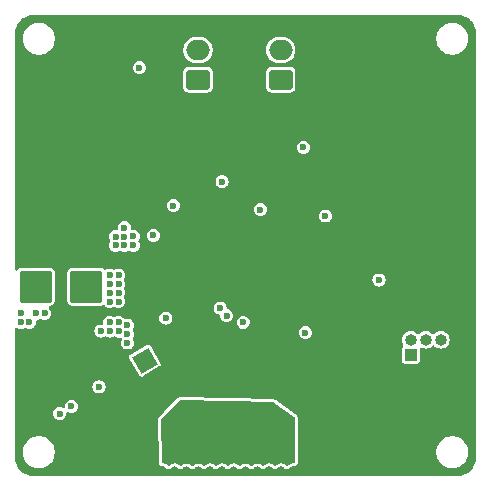
<source format=gbr>
%TF.GenerationSoftware,KiCad,Pcbnew,8.0.4*%
%TF.CreationDate,2024-12-20T14:54:41+02:00*%
%TF.ProjectId,Little Boy - External,4c697474-6c65-4204-926f-79202d204578,rev?*%
%TF.SameCoordinates,Original*%
%TF.FileFunction,Copper,L3,Inr*%
%TF.FilePolarity,Positive*%
%FSLAX46Y46*%
G04 Gerber Fmt 4.6, Leading zero omitted, Abs format (unit mm)*
G04 Created by KiCad (PCBNEW 8.0.4) date 2024-12-20 14:54:41*
%MOMM*%
%LPD*%
G01*
G04 APERTURE LIST*
G04 Aperture macros list*
%AMRoundRect*
0 Rectangle with rounded corners*
0 $1 Rounding radius*
0 $2 $3 $4 $5 $6 $7 $8 $9 X,Y pos of 4 corners*
0 Add a 4 corners polygon primitive as box body*
4,1,4,$2,$3,$4,$5,$6,$7,$8,$9,$2,$3,0*
0 Add four circle primitives for the rounded corners*
1,1,$1+$1,$2,$3*
1,1,$1+$1,$4,$5*
1,1,$1+$1,$6,$7*
1,1,$1+$1,$8,$9*
0 Add four rect primitives between the rounded corners*
20,1,$1+$1,$2,$3,$4,$5,0*
20,1,$1+$1,$4,$5,$6,$7,0*
20,1,$1+$1,$6,$7,$8,$9,0*
20,1,$1+$1,$8,$9,$2,$3,0*%
%AMRotRect*
0 Rectangle, with rotation*
0 The origin of the aperture is its center*
0 $1 length*
0 $2 width*
0 $3 Rotation angle, in degrees counterclockwise*
0 Add horizontal line*
21,1,$1,$2,0,0,$3*%
G04 Aperture macros list end*
%TA.AperFunction,ComponentPad*%
%ADD10C,0.600000*%
%TD*%
%TA.AperFunction,ComponentPad*%
%ADD11RoundRect,0.250000X-1.125000X-1.125000X1.125000X-1.125000X1.125000X1.125000X-1.125000X1.125000X0*%
%TD*%
%TA.AperFunction,ComponentPad*%
%ADD12RotRect,1.600000X1.600000X30.000000*%
%TD*%
%TA.AperFunction,ComponentPad*%
%ADD13C,1.600000*%
%TD*%
%TA.AperFunction,HeatsinkPad*%
%ADD14C,0.500000*%
%TD*%
%TA.AperFunction,ComponentPad*%
%ADD15R,3.000000X3.000000*%
%TD*%
%TA.AperFunction,ComponentPad*%
%ADD16C,3.000000*%
%TD*%
%TA.AperFunction,ComponentPad*%
%ADD17R,1.000000X1.000000*%
%TD*%
%TA.AperFunction,ComponentPad*%
%ADD18O,1.000000X1.000000*%
%TD*%
%TA.AperFunction,ComponentPad*%
%ADD19RoundRect,0.250000X0.750000X-0.600000X0.750000X0.600000X-0.750000X0.600000X-0.750000X-0.600000X0*%
%TD*%
%TA.AperFunction,ComponentPad*%
%ADD20O,2.000000X1.700000*%
%TD*%
%TA.AperFunction,ViaPad*%
%ADD21C,0.600000*%
%TD*%
G04 APERTURE END LIST*
D10*
%TO.N,GND*%
%TO.C,U2*%
X128850001Y-59250001D03*
X126250000Y-59250000D03*
X127550000Y-59250000D03*
X124949998Y-59249999D03*
X128850002Y-57950001D03*
X126250000Y-57950000D03*
X127550000Y-57950000D03*
X124949999Y-57949999D03*
%TD*%
D11*
%TO.N,Net-(J11-Pin_1)*%
%TO.C,J11*%
X129500000Y-66500000D03*
%TD*%
D12*
%TO.N,+12V*%
%TO.C,C8*%
X134468912Y-72749999D03*
D13*
%TO.N,GND*%
X137500000Y-71000000D03*
%TD*%
D14*
%TO.N,GND*%
%TO.C,U4*%
X133137501Y-49859176D03*
X133137501Y-48759178D03*
%TD*%
D15*
%TO.N,GND*%
%TO.C,J9*%
X150249999Y-79250002D03*
D16*
%TO.N,+12V*%
X145249999Y-79250002D03*
%TD*%
D17*
%TO.N,+3V3*%
%TO.C,SWD*%
X156979999Y-72250000D03*
D18*
%TO.N,SWDIO*%
X156979999Y-70979999D03*
%TO.N,GND*%
X158250000Y-72250000D03*
%TO.N,SWCLK*%
X158249999Y-70980002D03*
%TO.N,GND*%
X159520000Y-72250001D03*
%TO.N,NRST*%
X159519998Y-70980000D03*
%TD*%
D15*
%TO.N,GND*%
%TO.C,J8*%
X133250000Y-79250000D03*
D16*
%TO.N,+12V*%
X138250000Y-79250000D03*
%TD*%
D19*
%TO.N,Net-(J13-Pin_1)*%
%TO.C,J13*%
X138972499Y-48955001D03*
D20*
%TO.N,Net-(J13-Pin_2)*%
X138972500Y-46455001D03*
%TD*%
D11*
%TO.N,N/C*%
%TO.C,J10*%
X125250000Y-66500000D03*
%TD*%
D19*
%TO.N,Net-(J13-Pin_1)*%
%TO.C,J14*%
X145972498Y-48955001D03*
D20*
%TO.N,Net-(J13-Pin_2)*%
X145972497Y-46455001D03*
%TD*%
D21*
%TO.N,GND*%
X151500000Y-64400000D03*
X139000000Y-44000000D03*
X156100000Y-73250000D03*
X129000000Y-82000000D03*
X146500000Y-50400000D03*
X162000000Y-52000000D03*
X143500000Y-71000000D03*
X140000000Y-82000000D03*
X162000000Y-48000000D03*
X124000000Y-47000000D03*
X136000000Y-44000000D03*
X125500000Y-50300000D03*
X142000000Y-44000000D03*
X131560000Y-75360000D03*
X124000000Y-76000000D03*
X161800000Y-44200000D03*
X142109258Y-55656780D03*
X132000000Y-44000000D03*
X128906496Y-72421752D03*
X141980921Y-69532367D03*
X152930000Y-53590000D03*
X128450000Y-47450000D03*
X153500000Y-70850000D03*
X162000000Y-64000000D03*
X147000000Y-44000000D03*
X152750000Y-55050000D03*
X155000000Y-44000000D03*
X148500000Y-65750000D03*
X136000000Y-82000000D03*
X162004999Y-73000000D03*
X126250000Y-73750000D03*
X133060000Y-53470000D03*
X155200000Y-49200000D03*
X162000000Y-74000000D03*
X157400000Y-46200000D03*
X149000000Y-44000000D03*
X145000000Y-44000000D03*
X127000000Y-82000000D03*
X124000000Y-56000000D03*
X139500000Y-57500000D03*
X159000000Y-82000000D03*
X155400000Y-50800000D03*
X160450000Y-70200000D03*
X143550000Y-69900000D03*
X148500000Y-61400000D03*
X130250000Y-74250000D03*
X141000000Y-44000000D03*
X154950000Y-74900000D03*
X154000000Y-82000000D03*
X144000000Y-82000000D03*
X149800000Y-61450000D03*
X138200000Y-67400000D03*
X146750000Y-69000000D03*
X162000000Y-76000000D03*
X145100000Y-52250000D03*
X152800000Y-56350000D03*
X154000000Y-44000000D03*
X162000000Y-67000000D03*
X151000000Y-82000000D03*
X153607712Y-66333822D03*
X135600000Y-51600000D03*
X152000000Y-44000000D03*
X135350000Y-47650000D03*
X157200000Y-47800000D03*
X144400000Y-49050000D03*
X128550000Y-49650000D03*
X128000000Y-82000000D03*
X130000000Y-82000000D03*
X138000000Y-44000000D03*
X129000000Y-44000000D03*
X137150000Y-49050000D03*
X124000000Y-58000000D03*
X134726644Y-76786644D03*
X158000000Y-44000000D03*
X124000000Y-49000000D03*
X150650000Y-73800000D03*
X162000000Y-56000000D03*
X132000000Y-82000000D03*
X159500000Y-53000000D03*
X130340000Y-76796000D03*
X159000000Y-79000000D03*
X147000000Y-82000000D03*
X132600000Y-50950000D03*
X136250000Y-54850000D03*
X149500000Y-70650000D03*
X154450000Y-61500000D03*
X155600000Y-70600000D03*
X128250000Y-73750000D03*
X148925449Y-59520000D03*
X144750000Y-65850000D03*
X140200000Y-64950000D03*
X146000000Y-44000000D03*
X139250000Y-54250000D03*
X130850000Y-53000000D03*
X130100000Y-60050000D03*
X162000000Y-61000000D03*
X147910000Y-55770000D03*
X127250000Y-72750000D03*
X159000000Y-47000000D03*
X162000000Y-51000000D03*
X159250000Y-64750000D03*
X156000000Y-44000000D03*
X135000000Y-82000000D03*
X162000000Y-78000000D03*
X162000000Y-62000000D03*
X156850000Y-69850000D03*
X162000000Y-55000000D03*
X126750000Y-73250000D03*
X127250000Y-73750000D03*
X143550000Y-72950000D03*
X140000000Y-44000000D03*
X132050000Y-58550000D03*
X147430000Y-59370000D03*
X155399999Y-45980001D03*
X148000000Y-44000000D03*
X145800000Y-64750000D03*
X152800000Y-76650000D03*
X157000000Y-82000000D03*
X137250000Y-46400000D03*
X137100000Y-58700000D03*
X137350000Y-63400000D03*
X127750000Y-72250000D03*
X145960000Y-55040000D03*
X143000000Y-44000000D03*
X161800000Y-81800000D03*
X151000000Y-53640000D03*
X127000000Y-47000000D03*
X137000000Y-57050000D03*
X129500000Y-78250000D03*
X143500000Y-53500000D03*
X146900000Y-67450000D03*
X124000000Y-59000000D03*
X139550000Y-68250000D03*
X124000000Y-57000000D03*
X138000000Y-82000000D03*
X126250000Y-72750000D03*
X148000000Y-82000000D03*
X141000000Y-82000000D03*
X146000000Y-82000000D03*
X126750000Y-72250000D03*
X157050000Y-75800000D03*
X127000000Y-44000000D03*
X154000000Y-67650000D03*
X162000000Y-70000000D03*
X162000000Y-59000000D03*
X134000000Y-44000000D03*
X149000000Y-82000000D03*
X146250000Y-71550000D03*
X162000000Y-57000000D03*
X131000000Y-82000000D03*
X162000000Y-77000000D03*
X141100000Y-60100000D03*
X144000000Y-44000000D03*
X151800000Y-61200000D03*
X130550000Y-78050000D03*
X137000000Y-44000000D03*
X158700000Y-69550000D03*
X135000000Y-44000000D03*
X124000000Y-60000000D03*
X137000000Y-58050000D03*
X157600000Y-54600000D03*
X128250000Y-72750000D03*
X162000000Y-79000000D03*
X162000000Y-75000000D03*
X133000000Y-82000000D03*
X124000000Y-62250000D03*
X137400000Y-61500000D03*
X159250000Y-61250000D03*
X127250000Y-71750000D03*
X144350000Y-46300000D03*
X149550000Y-74950000D03*
X155750000Y-57250000D03*
X143750000Y-60850000D03*
X145000000Y-82000000D03*
X124200000Y-81800000D03*
X141790000Y-73400000D03*
X140300000Y-63500000D03*
X162000000Y-47000000D03*
X151750000Y-67250000D03*
X137450000Y-68100000D03*
X162000000Y-53000000D03*
X151000000Y-55000000D03*
X159500000Y-51100000D03*
X133000000Y-54650000D03*
X124000000Y-73000000D03*
X156400000Y-45200000D03*
X124000000Y-77000000D03*
X143000000Y-82000000D03*
X155000000Y-82000000D03*
X138000000Y-51400000D03*
X140800000Y-46300000D03*
X126994049Y-78981861D03*
X124000000Y-48000000D03*
X156000000Y-82000000D03*
X153600000Y-73000000D03*
X150410000Y-57350000D03*
X162000000Y-60000000D03*
X125500000Y-76750000D03*
X128000000Y-44000000D03*
X142000000Y-82000000D03*
X124000000Y-75000000D03*
X133949692Y-81989056D03*
X124000000Y-55000000D03*
X140150000Y-57550000D03*
X162000000Y-49000000D03*
X151000000Y-56250000D03*
X158000000Y-82000000D03*
X155950000Y-66800000D03*
X162000000Y-58000000D03*
X155850000Y-65050000D03*
X152000000Y-82000000D03*
X162000000Y-69000000D03*
X147440000Y-57350000D03*
X138200000Y-66550000D03*
X135050000Y-59050000D03*
X126250000Y-71750000D03*
X162000000Y-68000000D03*
X124000000Y-78000000D03*
X124000000Y-74000000D03*
X154250000Y-58700000D03*
X145700000Y-61250000D03*
X159000000Y-44000000D03*
X143100000Y-75000000D03*
X124000000Y-61000000D03*
X151000000Y-52250000D03*
X156400000Y-50400000D03*
X157250000Y-63250000D03*
X162000000Y-63000000D03*
X124200000Y-44200000D03*
X153000000Y-82000000D03*
X124000000Y-79000000D03*
X140650000Y-49050000D03*
X140250000Y-61600000D03*
X151000000Y-44000000D03*
X155800000Y-47800000D03*
X157000000Y-44000000D03*
X162000000Y-54000000D03*
X140800000Y-74250000D03*
X133000000Y-44000000D03*
X127750000Y-73250000D03*
X162000000Y-50000000D03*
X155490000Y-67620000D03*
X124000000Y-72000000D03*
X128250000Y-71750000D03*
X146400000Y-74850000D03*
X133300000Y-60600000D03*
X129700000Y-55000000D03*
X162000000Y-66000000D03*
X147800000Y-71150000D03*
X128750000Y-73250000D03*
X131500000Y-49250000D03*
X139000000Y-82000000D03*
X150000000Y-82000000D03*
X150600000Y-59700000D03*
X150000000Y-44000000D03*
X140750000Y-53500000D03*
X153600000Y-50600000D03*
X153000000Y-44000000D03*
X134550000Y-54650000D03*
X137000000Y-82000000D03*
X131000000Y-44000000D03*
X130000000Y-44000000D03*
X162000000Y-65000000D03*
X154283911Y-65127865D03*
%TO.N,+3V3*%
X149750000Y-60500000D03*
X136250000Y-69156714D03*
X136887000Y-59623001D03*
X130588081Y-74975056D03*
X144259953Y-59959952D03*
%TO.N,NRST*%
X141013288Y-57600000D03*
X154297000Y-65927761D03*
%TO.N,+12V*%
X132250000Y-70250000D03*
X133500000Y-63000000D03*
X132750000Y-62250000D03*
X133000000Y-70500000D03*
X132750000Y-63000000D03*
X133000000Y-71250000D03*
X131500000Y-69500000D03*
X130750000Y-70250000D03*
X132000000Y-62250000D03*
X131500000Y-70250000D03*
X132000000Y-63000000D03*
X133498327Y-62237619D03*
X132250000Y-69500000D03*
X132750000Y-61500000D03*
X133000000Y-69750000D03*
%TO.N,Net-(J10-Pin_1)*%
X124000000Y-69500000D03*
X124700000Y-69500000D03*
X125250000Y-68750000D03*
X126000000Y-68750000D03*
X124000000Y-68750000D03*
%TO.N,+5V*%
X134007034Y-47959178D03*
X147900000Y-54700000D03*
%TO.N,DRV_IN2*%
X127250000Y-77250000D03*
X142800000Y-69500000D03*
%TO.N,ISEN*%
X135200000Y-62150000D03*
%TO.N,DRV_IN1*%
X141406642Y-68956645D03*
X128250000Y-76623000D03*
%TO.N,Net-(J11-Pin_1)*%
X132250000Y-67750000D03*
X132250000Y-67000000D03*
X131500000Y-67000000D03*
X132250000Y-66250000D03*
X131500000Y-66250000D03*
X131500000Y-65500000D03*
X132250000Y-65500000D03*
X131500000Y-67750000D03*
%TO.N,FLASH_MISO*%
X148052983Y-70391051D03*
X140850001Y-68299388D03*
%TD*%
%TA.AperFunction,Conductor*%
%TO.N,GND*%
G36*
X161004418Y-43500816D02*
G01*
X161204561Y-43515130D01*
X161222063Y-43517647D01*
X161413797Y-43559355D01*
X161430755Y-43564334D01*
X161614609Y-43632909D01*
X161630701Y-43640259D01*
X161802904Y-43734288D01*
X161817784Y-43743849D01*
X161974867Y-43861441D01*
X161988237Y-43873027D01*
X162126972Y-44011762D01*
X162138558Y-44025132D01*
X162256146Y-44182210D01*
X162265711Y-44197095D01*
X162359740Y-44369298D01*
X162367090Y-44385390D01*
X162435662Y-44569236D01*
X162440646Y-44586212D01*
X162482351Y-44777931D01*
X162484869Y-44795442D01*
X162499184Y-44995580D01*
X162499500Y-45004427D01*
X162499500Y-80995572D01*
X162499184Y-81004419D01*
X162484869Y-81204557D01*
X162482351Y-81222068D01*
X162440646Y-81413787D01*
X162435662Y-81430763D01*
X162367090Y-81614609D01*
X162359740Y-81630701D01*
X162265711Y-81802904D01*
X162256146Y-81817789D01*
X162138558Y-81974867D01*
X162126972Y-81988237D01*
X161988237Y-82126972D01*
X161974867Y-82138558D01*
X161817789Y-82256146D01*
X161802904Y-82265711D01*
X161630701Y-82359740D01*
X161614609Y-82367090D01*
X161430763Y-82435662D01*
X161413787Y-82440646D01*
X161222068Y-82482351D01*
X161204557Y-82484869D01*
X161023779Y-82497799D01*
X161004417Y-82499184D01*
X160995572Y-82499500D01*
X125004428Y-82499500D01*
X124995582Y-82499184D01*
X124973622Y-82497613D01*
X124795442Y-82484869D01*
X124777931Y-82482351D01*
X124586212Y-82440646D01*
X124569236Y-82435662D01*
X124385390Y-82367090D01*
X124369298Y-82359740D01*
X124197095Y-82265711D01*
X124182210Y-82256146D01*
X124025132Y-82138558D01*
X124011762Y-82126972D01*
X123873027Y-81988237D01*
X123861441Y-81974867D01*
X123820007Y-81919518D01*
X123743849Y-81817784D01*
X123734288Y-81802904D01*
X123640259Y-81630701D01*
X123632909Y-81614609D01*
X123611552Y-81557349D01*
X123564334Y-81430755D01*
X123559355Y-81413797D01*
X123517647Y-81222063D01*
X123515130Y-81204556D01*
X123500816Y-81004418D01*
X123500500Y-80995572D01*
X123500500Y-80393713D01*
X124149500Y-80393713D01*
X124149500Y-80606287D01*
X124182754Y-80816243D01*
X124243896Y-81004419D01*
X124248444Y-81018414D01*
X124344951Y-81207820D01*
X124469890Y-81379786D01*
X124620213Y-81530109D01*
X124792179Y-81655048D01*
X124792181Y-81655049D01*
X124792184Y-81655051D01*
X124981588Y-81751557D01*
X125183757Y-81817246D01*
X125393713Y-81850500D01*
X125393714Y-81850500D01*
X125606286Y-81850500D01*
X125606287Y-81850500D01*
X125816243Y-81817246D01*
X126018412Y-81751557D01*
X126207816Y-81655051D01*
X126263480Y-81614609D01*
X126379786Y-81530109D01*
X126379788Y-81530106D01*
X126379792Y-81530104D01*
X126530104Y-81379792D01*
X126530106Y-81379788D01*
X126530109Y-81379786D01*
X126655048Y-81207820D01*
X126655047Y-81207820D01*
X126655051Y-81207816D01*
X126751557Y-81018412D01*
X126817246Y-80816243D01*
X126850500Y-80606287D01*
X126850500Y-80393713D01*
X126817246Y-80183757D01*
X126751557Y-79981588D01*
X126655051Y-79792184D01*
X126655049Y-79792181D01*
X126655048Y-79792179D01*
X126530109Y-79620213D01*
X126379786Y-79469890D01*
X126207820Y-79344951D01*
X126018414Y-79248444D01*
X126018413Y-79248443D01*
X126018412Y-79248443D01*
X125816243Y-79182754D01*
X125816241Y-79182753D01*
X125816240Y-79182753D01*
X125654957Y-79157208D01*
X125606287Y-79149500D01*
X125393713Y-79149500D01*
X125345042Y-79157208D01*
X125183760Y-79182753D01*
X124981585Y-79248444D01*
X124792179Y-79344951D01*
X124620213Y-79469890D01*
X124469890Y-79620213D01*
X124344951Y-79792179D01*
X124248444Y-79981585D01*
X124182753Y-80183760D01*
X124149500Y-80393713D01*
X123500500Y-80393713D01*
X123500500Y-77250000D01*
X126694750Y-77250000D01*
X126708107Y-77351458D01*
X126713670Y-77393708D01*
X126713671Y-77393712D01*
X126769137Y-77527622D01*
X126769138Y-77527624D01*
X126769139Y-77527625D01*
X126857379Y-77642621D01*
X126972375Y-77730861D01*
X127106291Y-77786330D01*
X127233280Y-77803048D01*
X127249999Y-77805250D01*
X127250000Y-77805250D01*
X127250001Y-77805250D01*
X127264977Y-77803278D01*
X127393709Y-77786330D01*
X127469391Y-77754982D01*
X135595144Y-77754982D01*
X135595144Y-77754989D01*
X135595144Y-77754992D01*
X135595521Y-77786330D01*
X135638165Y-81326568D01*
X135638165Y-81326582D01*
X135641198Y-81362876D01*
X135646635Y-81397723D01*
X135648200Y-81406699D01*
X135648201Y-81406702D01*
X135685798Y-81499024D01*
X135720192Y-81551168D01*
X135724270Y-81557351D01*
X135752638Y-81592987D01*
X135834186Y-81650330D01*
X135898082Y-81678597D01*
X135968100Y-81698254D01*
X136038512Y-81707524D01*
X136060820Y-81710461D01*
X136092084Y-81718837D01*
X136097467Y-81721066D01*
X136133691Y-81736070D01*
X136161722Y-81752253D01*
X136203049Y-81783965D01*
X136213952Y-81794242D01*
X136214343Y-81793841D01*
X136218173Y-81797558D01*
X136218184Y-81797571D01*
X136286171Y-81853030D01*
X136347091Y-81887243D01*
X136388632Y-81905917D01*
X136487391Y-81919518D01*
X136557137Y-81915364D01*
X136602184Y-81908614D01*
X136692618Y-81866662D01*
X136749046Y-81825459D01*
X136766396Y-81808514D01*
X136777530Y-81798866D01*
X136804179Y-81778418D01*
X136804182Y-81778417D01*
X136813075Y-81771592D01*
X136820416Y-81765960D01*
X136820417Y-81765960D01*
X136838281Y-81752251D01*
X136866307Y-81736069D01*
X136907911Y-81718837D01*
X136939168Y-81710462D01*
X136983813Y-81704585D01*
X137016183Y-81704585D01*
X137038503Y-81707524D01*
X137038504Y-81707524D01*
X137060833Y-81710463D01*
X137092092Y-81718839D01*
X137133688Y-81736069D01*
X137161720Y-81752252D01*
X137203050Y-81783965D01*
X137213952Y-81794242D01*
X137214343Y-81793841D01*
X137218173Y-81797558D01*
X137218184Y-81797571D01*
X137286171Y-81853030D01*
X137347091Y-81887243D01*
X137388632Y-81905917D01*
X137487391Y-81919518D01*
X137557137Y-81915364D01*
X137602184Y-81908614D01*
X137692618Y-81866662D01*
X137749046Y-81825459D01*
X137766396Y-81808514D01*
X137777530Y-81798866D01*
X137804179Y-81778418D01*
X137804182Y-81778417D01*
X137813075Y-81771592D01*
X137820416Y-81765960D01*
X137820417Y-81765960D01*
X137838281Y-81752251D01*
X137866307Y-81736069D01*
X137907911Y-81718837D01*
X137939168Y-81710462D01*
X137983813Y-81704585D01*
X138016183Y-81704585D01*
X138038503Y-81707524D01*
X138038504Y-81707524D01*
X138060833Y-81710463D01*
X138092092Y-81718839D01*
X138133688Y-81736069D01*
X138161720Y-81752252D01*
X138203050Y-81783965D01*
X138213952Y-81794242D01*
X138214343Y-81793841D01*
X138218173Y-81797558D01*
X138218184Y-81797571D01*
X138286171Y-81853030D01*
X138347091Y-81887243D01*
X138388632Y-81905917D01*
X138487391Y-81919518D01*
X138557137Y-81915364D01*
X138602184Y-81908614D01*
X138692618Y-81866662D01*
X138749046Y-81825459D01*
X138766396Y-81808514D01*
X138777530Y-81798866D01*
X138804179Y-81778418D01*
X138804182Y-81778417D01*
X138813075Y-81771592D01*
X138820416Y-81765960D01*
X138820417Y-81765960D01*
X138838281Y-81752251D01*
X138866307Y-81736069D01*
X138907911Y-81718837D01*
X138939168Y-81710462D01*
X138983813Y-81704585D01*
X139016183Y-81704585D01*
X139038503Y-81707524D01*
X139038504Y-81707524D01*
X139060833Y-81710463D01*
X139092092Y-81718839D01*
X139133688Y-81736069D01*
X139161720Y-81752252D01*
X139203050Y-81783965D01*
X139213952Y-81794242D01*
X139214343Y-81793841D01*
X139218173Y-81797558D01*
X139218184Y-81797571D01*
X139286171Y-81853030D01*
X139347091Y-81887243D01*
X139388632Y-81905917D01*
X139487391Y-81919518D01*
X139557137Y-81915364D01*
X139602184Y-81908614D01*
X139692618Y-81866662D01*
X139749046Y-81825459D01*
X139766396Y-81808514D01*
X139777530Y-81798866D01*
X139804179Y-81778418D01*
X139804182Y-81778417D01*
X139813075Y-81771592D01*
X139820416Y-81765960D01*
X139820417Y-81765960D01*
X139838281Y-81752251D01*
X139866307Y-81736069D01*
X139907911Y-81718837D01*
X139939168Y-81710462D01*
X139983813Y-81704585D01*
X140016183Y-81704585D01*
X140038503Y-81707524D01*
X140038504Y-81707524D01*
X140060833Y-81710463D01*
X140092092Y-81718839D01*
X140133688Y-81736069D01*
X140161720Y-81752252D01*
X140203050Y-81783965D01*
X140213952Y-81794242D01*
X140214343Y-81793841D01*
X140218173Y-81797558D01*
X140218184Y-81797571D01*
X140286171Y-81853030D01*
X140347091Y-81887243D01*
X140388632Y-81905917D01*
X140487391Y-81919518D01*
X140557137Y-81915364D01*
X140602184Y-81908614D01*
X140692618Y-81866662D01*
X140749046Y-81825459D01*
X140766396Y-81808514D01*
X140777530Y-81798866D01*
X140804179Y-81778418D01*
X140804182Y-81778417D01*
X140813075Y-81771592D01*
X140820416Y-81765960D01*
X140820417Y-81765960D01*
X140838281Y-81752251D01*
X140866307Y-81736069D01*
X140907911Y-81718837D01*
X140939168Y-81710462D01*
X140983813Y-81704585D01*
X141016183Y-81704585D01*
X141038503Y-81707524D01*
X141038504Y-81707524D01*
X141060833Y-81710463D01*
X141092092Y-81718839D01*
X141133688Y-81736069D01*
X141161720Y-81752252D01*
X141203050Y-81783965D01*
X141213952Y-81794242D01*
X141214343Y-81793841D01*
X141218173Y-81797558D01*
X141218184Y-81797571D01*
X141286171Y-81853030D01*
X141347091Y-81887243D01*
X141388632Y-81905917D01*
X141487391Y-81919518D01*
X141557137Y-81915364D01*
X141602184Y-81908614D01*
X141692618Y-81866662D01*
X141749046Y-81825459D01*
X141766396Y-81808514D01*
X141777530Y-81798866D01*
X141804179Y-81778418D01*
X141804182Y-81778417D01*
X141813075Y-81771592D01*
X141820416Y-81765960D01*
X141820417Y-81765960D01*
X141838281Y-81752251D01*
X141866307Y-81736069D01*
X141907911Y-81718837D01*
X141939168Y-81710462D01*
X141983813Y-81704585D01*
X142016183Y-81704585D01*
X142038503Y-81707524D01*
X142038504Y-81707524D01*
X142060833Y-81710463D01*
X142092092Y-81718839D01*
X142133688Y-81736069D01*
X142161720Y-81752252D01*
X142203050Y-81783965D01*
X142213952Y-81794242D01*
X142214343Y-81793841D01*
X142218173Y-81797558D01*
X142218184Y-81797571D01*
X142286171Y-81853030D01*
X142347091Y-81887243D01*
X142388632Y-81905917D01*
X142487391Y-81919518D01*
X142557137Y-81915364D01*
X142602184Y-81908614D01*
X142692618Y-81866662D01*
X142749046Y-81825459D01*
X142766396Y-81808514D01*
X142777530Y-81798866D01*
X142804179Y-81778418D01*
X142804182Y-81778417D01*
X142813075Y-81771592D01*
X142820416Y-81765960D01*
X142820417Y-81765960D01*
X142838281Y-81752251D01*
X142866307Y-81736069D01*
X142907911Y-81718837D01*
X142939168Y-81710462D01*
X142983813Y-81704585D01*
X143016183Y-81704585D01*
X143038503Y-81707524D01*
X143038504Y-81707524D01*
X143060833Y-81710463D01*
X143092092Y-81718839D01*
X143133688Y-81736069D01*
X143161720Y-81752252D01*
X143203050Y-81783965D01*
X143213952Y-81794242D01*
X143214343Y-81793841D01*
X143218173Y-81797558D01*
X143218184Y-81797571D01*
X143286171Y-81853030D01*
X143347091Y-81887243D01*
X143388632Y-81905917D01*
X143487391Y-81919518D01*
X143557137Y-81915364D01*
X143602184Y-81908614D01*
X143692618Y-81866662D01*
X143749046Y-81825459D01*
X143766396Y-81808514D01*
X143777530Y-81798866D01*
X143804179Y-81778418D01*
X143804182Y-81778417D01*
X143813075Y-81771592D01*
X143820416Y-81765960D01*
X143820417Y-81765960D01*
X143838281Y-81752251D01*
X143866307Y-81736069D01*
X143907911Y-81718837D01*
X143939168Y-81710462D01*
X143983813Y-81704585D01*
X144016183Y-81704585D01*
X144038503Y-81707524D01*
X144038504Y-81707524D01*
X144060833Y-81710463D01*
X144092092Y-81718839D01*
X144133688Y-81736069D01*
X144161720Y-81752252D01*
X144203050Y-81783965D01*
X144213952Y-81794242D01*
X144214343Y-81793841D01*
X144218173Y-81797558D01*
X144218184Y-81797571D01*
X144286171Y-81853030D01*
X144347091Y-81887243D01*
X144388632Y-81905917D01*
X144487391Y-81919518D01*
X144557137Y-81915364D01*
X144602184Y-81908614D01*
X144692618Y-81866662D01*
X144749046Y-81825459D01*
X144766396Y-81808514D01*
X144777530Y-81798866D01*
X144804179Y-81778418D01*
X144804182Y-81778417D01*
X144813075Y-81771592D01*
X144820416Y-81765960D01*
X144820417Y-81765960D01*
X144838281Y-81752251D01*
X144866307Y-81736069D01*
X144907911Y-81718837D01*
X144939168Y-81710462D01*
X144983813Y-81704585D01*
X145016183Y-81704585D01*
X145038503Y-81707524D01*
X145038504Y-81707524D01*
X145060833Y-81710463D01*
X145092092Y-81718839D01*
X145133688Y-81736069D01*
X145161720Y-81752252D01*
X145203050Y-81783965D01*
X145213952Y-81794242D01*
X145214343Y-81793841D01*
X145218173Y-81797558D01*
X145218184Y-81797571D01*
X145286171Y-81853030D01*
X145347091Y-81887243D01*
X145388632Y-81905917D01*
X145487391Y-81919518D01*
X145557137Y-81915364D01*
X145602184Y-81908614D01*
X145692618Y-81866662D01*
X145749046Y-81825459D01*
X145766396Y-81808514D01*
X145777530Y-81798866D01*
X145804179Y-81778418D01*
X145804182Y-81778417D01*
X145813075Y-81771592D01*
X145820416Y-81765960D01*
X145820417Y-81765960D01*
X145838281Y-81752251D01*
X145866307Y-81736069D01*
X145907911Y-81718837D01*
X145939168Y-81710462D01*
X145983813Y-81704585D01*
X146016183Y-81704585D01*
X146038503Y-81707524D01*
X146038504Y-81707524D01*
X146060833Y-81710463D01*
X146092092Y-81718839D01*
X146133688Y-81736069D01*
X146161720Y-81752252D01*
X146203050Y-81783965D01*
X146213952Y-81794242D01*
X146214343Y-81793841D01*
X146218173Y-81797558D01*
X146218184Y-81797571D01*
X146286171Y-81853030D01*
X146347091Y-81887243D01*
X146388632Y-81905917D01*
X146487391Y-81919518D01*
X146557137Y-81915364D01*
X146602184Y-81908614D01*
X146692618Y-81866662D01*
X146749046Y-81825459D01*
X146766396Y-81808514D01*
X146777530Y-81798866D01*
X146804179Y-81778418D01*
X146804182Y-81778417D01*
X146813075Y-81771592D01*
X146820416Y-81765960D01*
X146820417Y-81765960D01*
X146838281Y-81752251D01*
X146866307Y-81736069D01*
X146907911Y-81718837D01*
X146939167Y-81710462D01*
X147013316Y-81700700D01*
X147028382Y-81699645D01*
X147053043Y-81699426D01*
X147120740Y-81689281D01*
X147163561Y-81679028D01*
X147250191Y-81629697D01*
X147302995Y-81583942D01*
X147334620Y-81551168D01*
X147380828Y-81462833D01*
X147400513Y-81395794D01*
X147410863Y-81323809D01*
X147410863Y-80393713D01*
X159149500Y-80393713D01*
X159149500Y-80606287D01*
X159182754Y-80816243D01*
X159243896Y-81004419D01*
X159248444Y-81018414D01*
X159344951Y-81207820D01*
X159469890Y-81379786D01*
X159620213Y-81530109D01*
X159792179Y-81655048D01*
X159792181Y-81655049D01*
X159792184Y-81655051D01*
X159981588Y-81751557D01*
X160183757Y-81817246D01*
X160393713Y-81850500D01*
X160393714Y-81850500D01*
X160606286Y-81850500D01*
X160606287Y-81850500D01*
X160816243Y-81817246D01*
X161018412Y-81751557D01*
X161207816Y-81655051D01*
X161263480Y-81614609D01*
X161379786Y-81530109D01*
X161379788Y-81530106D01*
X161379792Y-81530104D01*
X161530104Y-81379792D01*
X161530106Y-81379788D01*
X161530109Y-81379786D01*
X161655048Y-81207820D01*
X161655047Y-81207820D01*
X161655051Y-81207816D01*
X161751557Y-81018412D01*
X161817246Y-80816243D01*
X161850500Y-80606287D01*
X161850500Y-80393713D01*
X161817246Y-80183757D01*
X161751557Y-79981588D01*
X161655051Y-79792184D01*
X161655049Y-79792181D01*
X161655048Y-79792179D01*
X161530109Y-79620213D01*
X161379786Y-79469890D01*
X161207820Y-79344951D01*
X161018414Y-79248444D01*
X161018413Y-79248443D01*
X161018412Y-79248443D01*
X160816243Y-79182754D01*
X160816241Y-79182753D01*
X160816240Y-79182753D01*
X160654957Y-79157208D01*
X160606287Y-79149500D01*
X160393713Y-79149500D01*
X160345042Y-79157208D01*
X160183760Y-79182753D01*
X159981585Y-79248444D01*
X159792179Y-79344951D01*
X159620213Y-79469890D01*
X159469890Y-79620213D01*
X159344951Y-79792179D01*
X159248444Y-79981585D01*
X159182753Y-80183760D01*
X159149500Y-80393713D01*
X147410863Y-80393713D01*
X147410863Y-77610007D01*
X147406280Y-77561833D01*
X147397464Y-77515914D01*
X147392637Y-77495387D01*
X147347614Y-77406442D01*
X147337630Y-77393708D01*
X147304504Y-77351457D01*
X147251944Y-77301196D01*
X147180268Y-77249999D01*
X145584705Y-76110311D01*
X145584684Y-76110296D01*
X145582272Y-76108593D01*
X145580058Y-76107050D01*
X145580054Y-76107047D01*
X145580050Y-76107045D01*
X145512335Y-76073464D01*
X145512332Y-76073463D01*
X145512327Y-76073461D01*
X145445834Y-76052021D01*
X145374146Y-76039782D01*
X145374147Y-76039782D01*
X137509339Y-75832814D01*
X137509320Y-75832815D01*
X137478107Y-75833906D01*
X137478082Y-75833907D01*
X137447977Y-75836810D01*
X137444039Y-75837220D01*
X137349034Y-75867428D01*
X137349027Y-75867431D01*
X137287853Y-75901185D01*
X137229838Y-75945014D01*
X137229831Y-75945021D01*
X136078753Y-77106287D01*
X135705086Y-77483261D01*
X135705080Y-77483268D01*
X135686284Y-77504462D01*
X135686279Y-77504468D01*
X135669185Y-77526044D01*
X135669184Y-77526043D01*
X135668646Y-77526724D01*
X135668641Y-77526733D01*
X135623503Y-77615613D01*
X135623502Y-77615616D01*
X135604626Y-77682887D01*
X135604624Y-77682893D01*
X135595144Y-77754982D01*
X127469391Y-77754982D01*
X127527625Y-77730861D01*
X127642621Y-77642621D01*
X127730861Y-77527625D01*
X127786330Y-77393709D01*
X127805250Y-77250000D01*
X127803295Y-77235150D01*
X127814060Y-77166116D01*
X127860440Y-77113860D01*
X127927708Y-77094974D01*
X127973685Y-77104403D01*
X128106291Y-77159330D01*
X128233280Y-77176048D01*
X128249999Y-77178250D01*
X128250000Y-77178250D01*
X128250001Y-77178250D01*
X128264977Y-77176278D01*
X128393709Y-77159330D01*
X128527625Y-77103861D01*
X128642621Y-77015621D01*
X128730861Y-76900625D01*
X128786330Y-76766709D01*
X128805250Y-76623000D01*
X128786330Y-76479291D01*
X128730861Y-76345375D01*
X128642621Y-76230379D01*
X128527625Y-76142139D01*
X128527624Y-76142138D01*
X128527622Y-76142137D01*
X128393712Y-76086671D01*
X128393710Y-76086670D01*
X128393709Y-76086670D01*
X128321854Y-76077210D01*
X128250001Y-76067750D01*
X128249999Y-76067750D01*
X128106291Y-76086670D01*
X128106287Y-76086671D01*
X127972377Y-76142137D01*
X127857379Y-76230379D01*
X127769137Y-76345377D01*
X127713671Y-76479287D01*
X127713670Y-76479291D01*
X127694750Y-76622999D01*
X127696705Y-76637852D01*
X127685937Y-76706887D01*
X127639556Y-76759142D01*
X127572286Y-76778025D01*
X127526313Y-76768595D01*
X127393712Y-76713671D01*
X127393710Y-76713670D01*
X127393709Y-76713670D01*
X127321854Y-76704210D01*
X127250001Y-76694750D01*
X127249999Y-76694750D01*
X127106291Y-76713670D01*
X127106287Y-76713671D01*
X126972377Y-76769137D01*
X126857379Y-76857379D01*
X126769137Y-76972377D01*
X126713671Y-77106287D01*
X126713670Y-77106291D01*
X126712674Y-77113860D01*
X126694750Y-77250000D01*
X123500500Y-77250000D01*
X123500500Y-74975055D01*
X130032831Y-74975055D01*
X130032831Y-74975056D01*
X130051751Y-75118764D01*
X130051752Y-75118768D01*
X130107218Y-75252678D01*
X130107219Y-75252680D01*
X130107220Y-75252681D01*
X130195460Y-75367677D01*
X130310456Y-75455917D01*
X130444372Y-75511386D01*
X130571361Y-75528104D01*
X130588080Y-75530306D01*
X130588081Y-75530306D01*
X130588082Y-75530306D01*
X130603058Y-75528334D01*
X130731790Y-75511386D01*
X130865706Y-75455917D01*
X130980702Y-75367677D01*
X131068942Y-75252681D01*
X131124411Y-75118765D01*
X131143331Y-74975056D01*
X131124411Y-74831347D01*
X131068942Y-74697431D01*
X130980702Y-74582435D01*
X130865706Y-74494195D01*
X130865705Y-74494194D01*
X130865703Y-74494193D01*
X130731793Y-74438727D01*
X130731791Y-74438726D01*
X130731790Y-74438726D01*
X130659935Y-74429266D01*
X130588082Y-74419806D01*
X130588080Y-74419806D01*
X130444372Y-74438726D01*
X130444368Y-74438727D01*
X130310458Y-74494193D01*
X130195460Y-74582435D01*
X130107218Y-74697433D01*
X130051752Y-74831343D01*
X130051751Y-74831347D01*
X130032831Y-74975055D01*
X123500500Y-74975055D01*
X123500500Y-72490518D01*
X133122869Y-72490518D01*
X133146813Y-72561054D01*
X133146817Y-72561064D01*
X133971487Y-73989435D01*
X133971489Y-73989438D01*
X134020609Y-74045448D01*
X134109987Y-74089525D01*
X134209429Y-74096042D01*
X134279973Y-74072096D01*
X135708351Y-73247422D01*
X135764361Y-73198302D01*
X135808438Y-73108924D01*
X135814955Y-73009482D01*
X135791009Y-72938938D01*
X134966335Y-71510560D01*
X134917215Y-71454550D01*
X134827837Y-71410473D01*
X134728395Y-71403956D01*
X134728394Y-71403956D01*
X134728392Y-71403956D01*
X134657856Y-71427900D01*
X134657846Y-71427904D01*
X133229475Y-72252574D01*
X133173463Y-72301695D01*
X133173463Y-72301696D01*
X133129386Y-72391073D01*
X133122869Y-72490518D01*
X123500500Y-72490518D01*
X123500500Y-70250000D01*
X130194750Y-70250000D01*
X130213118Y-70389520D01*
X130213670Y-70393708D01*
X130213671Y-70393712D01*
X130269137Y-70527622D01*
X130269138Y-70527624D01*
X130269139Y-70527625D01*
X130357379Y-70642621D01*
X130472375Y-70730861D01*
X130472376Y-70730861D01*
X130472377Y-70730862D01*
X130517013Y-70749350D01*
X130606291Y-70786330D01*
X130733280Y-70803048D01*
X130749999Y-70805250D01*
X130750000Y-70805250D01*
X130750001Y-70805250D01*
X130764977Y-70803278D01*
X130893709Y-70786330D01*
X131027625Y-70730861D01*
X131049514Y-70714065D01*
X131114683Y-70688871D01*
X131183128Y-70702909D01*
X131200487Y-70714065D01*
X131222375Y-70730861D01*
X131356291Y-70786330D01*
X131483280Y-70803048D01*
X131499999Y-70805250D01*
X131500000Y-70805250D01*
X131500001Y-70805250D01*
X131514977Y-70803278D01*
X131643709Y-70786330D01*
X131777625Y-70730861D01*
X131799514Y-70714065D01*
X131864683Y-70688871D01*
X131933128Y-70702909D01*
X131950487Y-70714065D01*
X131972375Y-70730861D01*
X132106291Y-70786330D01*
X132233280Y-70803048D01*
X132249999Y-70805250D01*
X132250000Y-70805250D01*
X132250001Y-70805250D01*
X132293568Y-70799514D01*
X132393709Y-70786330D01*
X132393710Y-70786329D01*
X132396409Y-70785974D01*
X132465444Y-70796739D01*
X132517700Y-70843119D01*
X132536586Y-70910388D01*
X132521705Y-70964640D01*
X132522249Y-70964866D01*
X132520457Y-70969190D01*
X132519988Y-70970903D01*
X132519139Y-70972372D01*
X132463671Y-71106287D01*
X132463670Y-71106291D01*
X132444750Y-71250000D01*
X132463162Y-71389854D01*
X132463670Y-71393708D01*
X132463671Y-71393712D01*
X132519137Y-71527622D01*
X132519138Y-71527624D01*
X132519139Y-71527625D01*
X132607379Y-71642621D01*
X132722375Y-71730861D01*
X132722376Y-71730861D01*
X132722377Y-71730862D01*
X132767013Y-71749350D01*
X132856291Y-71786330D01*
X132983280Y-71803048D01*
X132999999Y-71805250D01*
X133000000Y-71805250D01*
X133000001Y-71805250D01*
X133014977Y-71803278D01*
X133143709Y-71786330D01*
X133277625Y-71730861D01*
X133392621Y-71642621D01*
X133480861Y-71527625D01*
X133536330Y-71393709D01*
X133555250Y-71250000D01*
X133536330Y-71106291D01*
X133484018Y-70979996D01*
X156224750Y-70979996D01*
X156224750Y-70980001D01*
X156243684Y-71148055D01*
X156299544Y-71307693D01*
X156299546Y-71307696D01*
X156351170Y-71389854D01*
X156370171Y-71457090D01*
X156349804Y-71523925D01*
X156315070Y-71558926D01*
X156299400Y-71569396D01*
X156244032Y-71652260D01*
X156244031Y-71652264D01*
X156229499Y-71725321D01*
X156229499Y-72774678D01*
X156244031Y-72847735D01*
X156244032Y-72847739D01*
X156244033Y-72847740D01*
X156299398Y-72930601D01*
X156382259Y-72985966D01*
X156382263Y-72985967D01*
X156455320Y-73000499D01*
X156455323Y-73000500D01*
X156455325Y-73000500D01*
X157504675Y-73000500D01*
X157504676Y-73000499D01*
X157577739Y-72985966D01*
X157660600Y-72930601D01*
X157715965Y-72847740D01*
X157730499Y-72774674D01*
X157730499Y-71764297D01*
X157750184Y-71697258D01*
X157802988Y-71651503D01*
X157872146Y-71641559D01*
X157915935Y-71657638D01*
X157916033Y-71657436D01*
X157918121Y-71658441D01*
X157920475Y-71659306D01*
X157921884Y-71660191D01*
X157922309Y-71660458D01*
X158027478Y-71697258D01*
X158081942Y-71716316D01*
X158249996Y-71735251D01*
X158249999Y-71735251D01*
X158250002Y-71735251D01*
X158418055Y-71716316D01*
X158418064Y-71716313D01*
X158577689Y-71660458D01*
X158577691Y-71660456D01*
X158577693Y-71660456D01*
X158577696Y-71660454D01*
X158720883Y-71570483D01*
X158720883Y-71570482D01*
X158720889Y-71570479D01*
X158797321Y-71494046D01*
X158858640Y-71460564D01*
X158928332Y-71465548D01*
X158972680Y-71494049D01*
X159049107Y-71570476D01*
X159049113Y-71570481D01*
X159192300Y-71660452D01*
X159192303Y-71660454D01*
X159192307Y-71660455D01*
X159192308Y-71660456D01*
X159192314Y-71660458D01*
X159351941Y-71716314D01*
X159519995Y-71735249D01*
X159519998Y-71735249D01*
X159520001Y-71735249D01*
X159688054Y-71716314D01*
X159742513Y-71697258D01*
X159847688Y-71660456D01*
X159847690Y-71660454D01*
X159847692Y-71660454D01*
X159847695Y-71660452D01*
X159990882Y-71570481D01*
X159990883Y-71570480D01*
X159990888Y-71570477D01*
X160110475Y-71450890D01*
X160124918Y-71427904D01*
X160200450Y-71307697D01*
X160200452Y-71307694D01*
X160200452Y-71307692D01*
X160200454Y-71307690D01*
X160256311Y-71148059D01*
X160256311Y-71148058D01*
X160256312Y-71148056D01*
X160275247Y-70980002D01*
X160275247Y-70979997D01*
X160256312Y-70811943D01*
X160213247Y-70688871D01*
X160200454Y-70652310D01*
X160200453Y-70652309D01*
X160200452Y-70652305D01*
X160200450Y-70652302D01*
X160110479Y-70509115D01*
X160110474Y-70509109D01*
X159990888Y-70389523D01*
X159990882Y-70389518D01*
X159847695Y-70299547D01*
X159847692Y-70299545D01*
X159688054Y-70243685D01*
X159520001Y-70224751D01*
X159519995Y-70224751D01*
X159351941Y-70243685D01*
X159192303Y-70299545D01*
X159192300Y-70299547D01*
X159049113Y-70389518D01*
X158972678Y-70465953D01*
X158911354Y-70499437D01*
X158841663Y-70494452D01*
X158797316Y-70465952D01*
X158720889Y-70389525D01*
X158720883Y-70389520D01*
X158577696Y-70299549D01*
X158577693Y-70299547D01*
X158418055Y-70243687D01*
X158250002Y-70224753D01*
X158249996Y-70224753D01*
X158081942Y-70243687D01*
X157922304Y-70299547D01*
X157922301Y-70299549D01*
X157779114Y-70389520D01*
X157702681Y-70465953D01*
X157641357Y-70499437D01*
X157571666Y-70494452D01*
X157527319Y-70465952D01*
X157450889Y-70389522D01*
X157450883Y-70389517D01*
X157307696Y-70299546D01*
X157307693Y-70299544D01*
X157148055Y-70243684D01*
X156980002Y-70224750D01*
X156979996Y-70224750D01*
X156811942Y-70243684D01*
X156652304Y-70299544D01*
X156652301Y-70299546D01*
X156509114Y-70389517D01*
X156509108Y-70389522D01*
X156389522Y-70509108D01*
X156389517Y-70509114D01*
X156299546Y-70652301D01*
X156299544Y-70652304D01*
X156243684Y-70811942D01*
X156224750Y-70979996D01*
X133484018Y-70979996D01*
X133480861Y-70972375D01*
X133464065Y-70950486D01*
X133438871Y-70885317D01*
X133452909Y-70816872D01*
X133464065Y-70799514D01*
X133474182Y-70786329D01*
X133480861Y-70777625D01*
X133536330Y-70643709D01*
X133555250Y-70500000D01*
X133540906Y-70391050D01*
X147497733Y-70391050D01*
X147497733Y-70391051D01*
X147516653Y-70534759D01*
X147516654Y-70534763D01*
X147572120Y-70668673D01*
X147572121Y-70668675D01*
X147572122Y-70668676D01*
X147660362Y-70783672D01*
X147775358Y-70871912D01*
X147909274Y-70927381D01*
X148036263Y-70944099D01*
X148052982Y-70946301D01*
X148052983Y-70946301D01*
X148052984Y-70946301D01*
X148067960Y-70944329D01*
X148196692Y-70927381D01*
X148330608Y-70871912D01*
X148445604Y-70783672D01*
X148533844Y-70668676D01*
X148589313Y-70534760D01*
X148608233Y-70391051D01*
X148608031Y-70389520D01*
X148596186Y-70299549D01*
X148589313Y-70247342D01*
X148552333Y-70158064D01*
X148533845Y-70113428D01*
X148533844Y-70113427D01*
X148533844Y-70113426D01*
X148445604Y-69998430D01*
X148330608Y-69910190D01*
X148330607Y-69910189D01*
X148330605Y-69910188D01*
X148196695Y-69854722D01*
X148196693Y-69854721D01*
X148196692Y-69854721D01*
X148124837Y-69845261D01*
X148052984Y-69835801D01*
X148052982Y-69835801D01*
X147909274Y-69854721D01*
X147909270Y-69854722D01*
X147775360Y-69910188D01*
X147660362Y-69998430D01*
X147572120Y-70113428D01*
X147516654Y-70247338D01*
X147516653Y-70247342D01*
X147497733Y-70391050D01*
X133540906Y-70391050D01*
X133536330Y-70356291D01*
X133480861Y-70222375D01*
X133464065Y-70200486D01*
X133438871Y-70135317D01*
X133452909Y-70066872D01*
X133464065Y-70049514D01*
X133474182Y-70036329D01*
X133480861Y-70027625D01*
X133536330Y-69893709D01*
X133555250Y-69750000D01*
X133536330Y-69606291D01*
X133492304Y-69500002D01*
X133480862Y-69472377D01*
X133480861Y-69472376D01*
X133480861Y-69472375D01*
X133392621Y-69357379D01*
X133277625Y-69269139D01*
X133277624Y-69269138D01*
X133277622Y-69269137D01*
X133143712Y-69213671D01*
X133143710Y-69213670D01*
X133143709Y-69213670D01*
X133061973Y-69202909D01*
X133000001Y-69194750D01*
X132999999Y-69194750D01*
X132856287Y-69213670D01*
X132843944Y-69218783D01*
X132774474Y-69226249D01*
X132711996Y-69194971D01*
X132698121Y-69179707D01*
X132680477Y-69156714D01*
X135694750Y-69156714D01*
X135711814Y-69286329D01*
X135713670Y-69300422D01*
X135713671Y-69300426D01*
X135769137Y-69434336D01*
X135769138Y-69434338D01*
X135769139Y-69434339D01*
X135857379Y-69549335D01*
X135972375Y-69637575D01*
X135972376Y-69637575D01*
X135972377Y-69637576D01*
X135987184Y-69643709D01*
X136106291Y-69693044D01*
X136233280Y-69709762D01*
X136249999Y-69711964D01*
X136250000Y-69711964D01*
X136250001Y-69711964D01*
X136264977Y-69709992D01*
X136393709Y-69693044D01*
X136527625Y-69637575D01*
X136642621Y-69549335D01*
X136730861Y-69434339D01*
X136786330Y-69300423D01*
X136805250Y-69156714D01*
X136786330Y-69013005D01*
X136730861Y-68879089D01*
X136642621Y-68764093D01*
X136527625Y-68675853D01*
X136527624Y-68675852D01*
X136527622Y-68675851D01*
X136393712Y-68620385D01*
X136393710Y-68620384D01*
X136393709Y-68620384D01*
X136321854Y-68610924D01*
X136250001Y-68601464D01*
X136249999Y-68601464D01*
X136106291Y-68620384D01*
X136106287Y-68620385D01*
X135972377Y-68675851D01*
X135857379Y-68764093D01*
X135769137Y-68879091D01*
X135713671Y-69013001D01*
X135713670Y-69013005D01*
X135696606Y-69142620D01*
X135694750Y-69156714D01*
X132680477Y-69156714D01*
X132669663Y-69142621D01*
X132642621Y-69107379D01*
X132527625Y-69019139D01*
X132527624Y-69019138D01*
X132527622Y-69019137D01*
X132393712Y-68963671D01*
X132393710Y-68963670D01*
X132393709Y-68963670D01*
X132280299Y-68948739D01*
X132250001Y-68944750D01*
X132249999Y-68944750D01*
X132106291Y-68963670D01*
X132106287Y-68963671D01*
X131972375Y-69019138D01*
X131950485Y-69035935D01*
X131885315Y-69061128D01*
X131816871Y-69047089D01*
X131799515Y-69035935D01*
X131777624Y-69019138D01*
X131777625Y-69019138D01*
X131643712Y-68963671D01*
X131643710Y-68963670D01*
X131643709Y-68963670D01*
X131530299Y-68948739D01*
X131500001Y-68944750D01*
X131499999Y-68944750D01*
X131356291Y-68963670D01*
X131356287Y-68963671D01*
X131222377Y-69019137D01*
X131107379Y-69107379D01*
X131019137Y-69222377D01*
X130963671Y-69356287D01*
X130963670Y-69356291D01*
X130944750Y-69499999D01*
X130944750Y-69500002D01*
X130953183Y-69564059D01*
X130942417Y-69633094D01*
X130896037Y-69685350D01*
X130828768Y-69704235D01*
X130814059Y-69703183D01*
X130750002Y-69694750D01*
X130749999Y-69694750D01*
X130606291Y-69713670D01*
X130606287Y-69713671D01*
X130472377Y-69769137D01*
X130357379Y-69857379D01*
X130269137Y-69972377D01*
X130213671Y-70106287D01*
X130213670Y-70106291D01*
X130195582Y-70243684D01*
X130194750Y-70250000D01*
X123500500Y-70250000D01*
X123500500Y-70062057D01*
X123520185Y-69995018D01*
X123572989Y-69949263D01*
X123642147Y-69939319D01*
X123699987Y-69963682D01*
X123722373Y-69980860D01*
X123722374Y-69980860D01*
X123722375Y-69980861D01*
X123856291Y-70036330D01*
X123983280Y-70053048D01*
X123999999Y-70055250D01*
X124000000Y-70055250D01*
X124000001Y-70055250D01*
X124014977Y-70053278D01*
X124143709Y-70036330D01*
X124277625Y-69980861D01*
X124277631Y-69980856D01*
X124284664Y-69976797D01*
X124285857Y-69978863D01*
X124339678Y-69958054D01*
X124408124Y-69972090D01*
X124416436Y-69977432D01*
X124422371Y-69980858D01*
X124422375Y-69980861D01*
X124556291Y-70036330D01*
X124683280Y-70053048D01*
X124699999Y-70055250D01*
X124700000Y-70055250D01*
X124700001Y-70055250D01*
X124714977Y-70053278D01*
X124843709Y-70036330D01*
X124977625Y-69980861D01*
X125092621Y-69892621D01*
X125180861Y-69777625D01*
X125236330Y-69643709D01*
X125255250Y-69500000D01*
X125246143Y-69430827D01*
X125256908Y-69361793D01*
X125303288Y-69309537D01*
X125352894Y-69291703D01*
X125393709Y-69286330D01*
X125527625Y-69230861D01*
X125549514Y-69214065D01*
X125614683Y-69188871D01*
X125683128Y-69202909D01*
X125700487Y-69214065D01*
X125722375Y-69230861D01*
X125856291Y-69286330D01*
X125983280Y-69303048D01*
X125999999Y-69305250D01*
X126000000Y-69305250D01*
X126000001Y-69305250D01*
X126014977Y-69303278D01*
X126143709Y-69286330D01*
X126277625Y-69230861D01*
X126392621Y-69142621D01*
X126480861Y-69027625D01*
X126536330Y-68893709D01*
X126555250Y-68750000D01*
X126536330Y-68606291D01*
X126480861Y-68472375D01*
X126392621Y-68357379D01*
X126392619Y-68357377D01*
X126392618Y-68357376D01*
X126377014Y-68345403D01*
X126335811Y-68288975D01*
X126331657Y-68219229D01*
X126365870Y-68158309D01*
X126427588Y-68125556D01*
X126439241Y-68123739D01*
X126482483Y-68119091D01*
X126617331Y-68068796D01*
X126732546Y-67982546D01*
X126818796Y-67867331D01*
X126869091Y-67732483D01*
X126875500Y-67672873D01*
X126875499Y-65327135D01*
X127874500Y-65327135D01*
X127874500Y-67672870D01*
X127874501Y-67672876D01*
X127880908Y-67732483D01*
X127931202Y-67867328D01*
X127931206Y-67867335D01*
X128017452Y-67982544D01*
X128017455Y-67982547D01*
X128132664Y-68068793D01*
X128132671Y-68068797D01*
X128267517Y-68119091D01*
X128267516Y-68119091D01*
X128274444Y-68119835D01*
X128327127Y-68125500D01*
X130672872Y-68125499D01*
X130732483Y-68119091D01*
X130867331Y-68068796D01*
X130885723Y-68055027D01*
X130951185Y-68030608D01*
X131019459Y-68045458D01*
X131058409Y-68078802D01*
X131107379Y-68142621D01*
X131222375Y-68230861D01*
X131356291Y-68286330D01*
X131483280Y-68303048D01*
X131499999Y-68305250D01*
X131500000Y-68305250D01*
X131500001Y-68305250D01*
X131514977Y-68303278D01*
X131643709Y-68286330D01*
X131777625Y-68230861D01*
X131799514Y-68214065D01*
X131864683Y-68188871D01*
X131933128Y-68202909D01*
X131950487Y-68214065D01*
X131972375Y-68230861D01*
X132106291Y-68286330D01*
X132233280Y-68303048D01*
X132249999Y-68305250D01*
X132250000Y-68305250D01*
X132250001Y-68305250D01*
X132264977Y-68303278D01*
X132294532Y-68299387D01*
X140294751Y-68299387D01*
X140294751Y-68299388D01*
X140313671Y-68443096D01*
X140313672Y-68443100D01*
X140369138Y-68577010D01*
X140369139Y-68577012D01*
X140369140Y-68577013D01*
X140457380Y-68692009D01*
X140572376Y-68780249D01*
X140706292Y-68835718D01*
X140743578Y-68840626D01*
X140807473Y-68868891D01*
X140845945Y-68927216D01*
X140849170Y-68948739D01*
X140850331Y-68948587D01*
X140870312Y-69100353D01*
X140870313Y-69100357D01*
X140925779Y-69234267D01*
X140925780Y-69234269D01*
X140925781Y-69234270D01*
X141014021Y-69349266D01*
X141129017Y-69437506D01*
X141262933Y-69492975D01*
X141389922Y-69509693D01*
X141406641Y-69511895D01*
X141406642Y-69511895D01*
X141406643Y-69511895D01*
X141421619Y-69509923D01*
X141496991Y-69500000D01*
X142244750Y-69500000D01*
X142262862Y-69637575D01*
X142263670Y-69643708D01*
X142263671Y-69643712D01*
X142319137Y-69777622D01*
X142319138Y-69777624D01*
X142319139Y-69777625D01*
X142407379Y-69892621D01*
X142522375Y-69980861D01*
X142522376Y-69980861D01*
X142522377Y-69980862D01*
X142564791Y-69998430D01*
X142656291Y-70036330D01*
X142783280Y-70053048D01*
X142799999Y-70055250D01*
X142800000Y-70055250D01*
X142800001Y-70055250D01*
X142814977Y-70053278D01*
X142943709Y-70036330D01*
X143077625Y-69980861D01*
X143192621Y-69892621D01*
X143280861Y-69777625D01*
X143336330Y-69643709D01*
X143355250Y-69500000D01*
X143336330Y-69356291D01*
X143285787Y-69234267D01*
X143280862Y-69222377D01*
X143280861Y-69222376D01*
X143280861Y-69222375D01*
X143192621Y-69107379D01*
X143077625Y-69019139D01*
X143077624Y-69019138D01*
X143077622Y-69019137D01*
X142943712Y-68963671D01*
X142943710Y-68963670D01*
X142943709Y-68963670D01*
X142830299Y-68948739D01*
X142800001Y-68944750D01*
X142799999Y-68944750D01*
X142656291Y-68963670D01*
X142656287Y-68963671D01*
X142522377Y-69019137D01*
X142407379Y-69107379D01*
X142319137Y-69222377D01*
X142263671Y-69356287D01*
X142263670Y-69356291D01*
X142252978Y-69437507D01*
X142244750Y-69500000D01*
X141496991Y-69500000D01*
X141550351Y-69492975D01*
X141684267Y-69437506D01*
X141799263Y-69349266D01*
X141887503Y-69234270D01*
X141942972Y-69100354D01*
X141961892Y-68956645D01*
X141942972Y-68812936D01*
X141887503Y-68679020D01*
X141799263Y-68564024D01*
X141684267Y-68475784D01*
X141684266Y-68475783D01*
X141684264Y-68475782D01*
X141550354Y-68420316D01*
X141550352Y-68420315D01*
X141550351Y-68420315D01*
X141513063Y-68415405D01*
X141449168Y-68387139D01*
X141410698Y-68328814D01*
X141407473Y-68307294D01*
X141406312Y-68307447D01*
X141403532Y-68286329D01*
X141386331Y-68155679D01*
X141330862Y-68021763D01*
X141242622Y-67906767D01*
X141127626Y-67818527D01*
X141127625Y-67818526D01*
X141127623Y-67818525D01*
X140993713Y-67763059D01*
X140993711Y-67763058D01*
X140993710Y-67763058D01*
X140921855Y-67753598D01*
X140850002Y-67744138D01*
X140850000Y-67744138D01*
X140706292Y-67763058D01*
X140706288Y-67763059D01*
X140572378Y-67818525D01*
X140457380Y-67906767D01*
X140369138Y-68021765D01*
X140313672Y-68155675D01*
X140313671Y-68155679D01*
X140294751Y-68299387D01*
X132294532Y-68299387D01*
X132393709Y-68286330D01*
X132527625Y-68230861D01*
X132642621Y-68142621D01*
X132730861Y-68027625D01*
X132786330Y-67893709D01*
X132805250Y-67750000D01*
X132786330Y-67606291D01*
X132730861Y-67472375D01*
X132714065Y-67450486D01*
X132688871Y-67385317D01*
X132702909Y-67316872D01*
X132714065Y-67299514D01*
X132716135Y-67296815D01*
X132730861Y-67277625D01*
X132786330Y-67143709D01*
X132805250Y-67000000D01*
X132786330Y-66856291D01*
X132730861Y-66722375D01*
X132714065Y-66700486D01*
X132688871Y-66635317D01*
X132702909Y-66566872D01*
X132714065Y-66549514D01*
X132716135Y-66546815D01*
X132730861Y-66527625D01*
X132786330Y-66393709D01*
X132805250Y-66250000D01*
X132786330Y-66106291D01*
X132730861Y-65972375D01*
X132714065Y-65950486D01*
X132705279Y-65927760D01*
X153741750Y-65927760D01*
X153741750Y-65927761D01*
X153760670Y-66071469D01*
X153760671Y-66071473D01*
X153816137Y-66205383D01*
X153816138Y-66205385D01*
X153816139Y-66205386D01*
X153904379Y-66320382D01*
X154019375Y-66408622D01*
X154153291Y-66464091D01*
X154280280Y-66480809D01*
X154296999Y-66483011D01*
X154297000Y-66483011D01*
X154297001Y-66483011D01*
X154311977Y-66481039D01*
X154440709Y-66464091D01*
X154574625Y-66408622D01*
X154689621Y-66320382D01*
X154777861Y-66205386D01*
X154833330Y-66071470D01*
X154852250Y-65927761D01*
X154833330Y-65784052D01*
X154777861Y-65650136D01*
X154689621Y-65535140D01*
X154574625Y-65446900D01*
X154574624Y-65446899D01*
X154574622Y-65446898D01*
X154440712Y-65391432D01*
X154440710Y-65391431D01*
X154440709Y-65391431D01*
X154368854Y-65381971D01*
X154297001Y-65372511D01*
X154296999Y-65372511D01*
X154153291Y-65391431D01*
X154153287Y-65391432D01*
X154019377Y-65446898D01*
X153904379Y-65535140D01*
X153816137Y-65650138D01*
X153760671Y-65784048D01*
X153760670Y-65784052D01*
X153741750Y-65927760D01*
X132705279Y-65927760D01*
X132688871Y-65885317D01*
X132702909Y-65816872D01*
X132714065Y-65799514D01*
X132725932Y-65784048D01*
X132730861Y-65777625D01*
X132786330Y-65643709D01*
X132805250Y-65500000D01*
X132786330Y-65356291D01*
X132730861Y-65222375D01*
X132642621Y-65107379D01*
X132527625Y-65019139D01*
X132527624Y-65019138D01*
X132527622Y-65019137D01*
X132393712Y-64963671D01*
X132393710Y-64963670D01*
X132393709Y-64963670D01*
X132321854Y-64954210D01*
X132250001Y-64944750D01*
X132249999Y-64944750D01*
X132106291Y-64963670D01*
X132106287Y-64963671D01*
X131972375Y-65019138D01*
X131950485Y-65035935D01*
X131885315Y-65061128D01*
X131816871Y-65047089D01*
X131799515Y-65035935D01*
X131777624Y-65019138D01*
X131777625Y-65019138D01*
X131643712Y-64963671D01*
X131643710Y-64963670D01*
X131643709Y-64963670D01*
X131571854Y-64954210D01*
X131500001Y-64944750D01*
X131499999Y-64944750D01*
X131356291Y-64963670D01*
X131356287Y-64963671D01*
X131222376Y-65019138D01*
X131222374Y-65019139D01*
X131170400Y-65059020D01*
X131105230Y-65084214D01*
X131036785Y-65070175D01*
X130995648Y-65034956D01*
X130982546Y-65017454D01*
X130982544Y-65017453D01*
X130982544Y-65017452D01*
X130867335Y-64931206D01*
X130867328Y-64931202D01*
X130732482Y-64880908D01*
X130732483Y-64880908D01*
X130672883Y-64874501D01*
X130672881Y-64874500D01*
X130672873Y-64874500D01*
X130672864Y-64874500D01*
X128327129Y-64874500D01*
X128327123Y-64874501D01*
X128267516Y-64880908D01*
X128132671Y-64931202D01*
X128132664Y-64931206D01*
X128017455Y-65017452D01*
X128017452Y-65017455D01*
X127931206Y-65132664D01*
X127931202Y-65132671D01*
X127880908Y-65267517D01*
X127874501Y-65327116D01*
X127874501Y-65327123D01*
X127874500Y-65327135D01*
X126875499Y-65327135D01*
X126875499Y-65327128D01*
X126869091Y-65267517D01*
X126825068Y-65149486D01*
X126818797Y-65132671D01*
X126818793Y-65132664D01*
X126732547Y-65017455D01*
X126732544Y-65017452D01*
X126617335Y-64931206D01*
X126617328Y-64931202D01*
X126482482Y-64880908D01*
X126482483Y-64880908D01*
X126422883Y-64874501D01*
X126422881Y-64874500D01*
X126422873Y-64874500D01*
X126422864Y-64874500D01*
X124077129Y-64874500D01*
X124077123Y-64874501D01*
X124017516Y-64880908D01*
X123882671Y-64931202D01*
X123882664Y-64931206D01*
X123767455Y-65017452D01*
X123723766Y-65075813D01*
X123667832Y-65117683D01*
X123598140Y-65122667D01*
X123536817Y-65089181D01*
X123503333Y-65027857D01*
X123500500Y-65001501D01*
X123500500Y-62249999D01*
X131444750Y-62249999D01*
X131444750Y-62250000D01*
X131463670Y-62393708D01*
X131463671Y-62393712D01*
X131519138Y-62527624D01*
X131535935Y-62549515D01*
X131561128Y-62614685D01*
X131547089Y-62683129D01*
X131535935Y-62700485D01*
X131519138Y-62722375D01*
X131463671Y-62856287D01*
X131463670Y-62856291D01*
X131444750Y-62999999D01*
X131444750Y-63000000D01*
X131463670Y-63143708D01*
X131463671Y-63143712D01*
X131519137Y-63277622D01*
X131519138Y-63277624D01*
X131519139Y-63277625D01*
X131607379Y-63392621D01*
X131722375Y-63480861D01*
X131856291Y-63536330D01*
X131983280Y-63553048D01*
X131999999Y-63555250D01*
X132000000Y-63555250D01*
X132000001Y-63555250D01*
X132014977Y-63553278D01*
X132143709Y-63536330D01*
X132277625Y-63480861D01*
X132299514Y-63464065D01*
X132364683Y-63438871D01*
X132433128Y-63452909D01*
X132450487Y-63464065D01*
X132472375Y-63480861D01*
X132606291Y-63536330D01*
X132733280Y-63553048D01*
X132749999Y-63555250D01*
X132750000Y-63555250D01*
X132750001Y-63555250D01*
X132764977Y-63553278D01*
X132893709Y-63536330D01*
X133027625Y-63480861D01*
X133049514Y-63464065D01*
X133114683Y-63438871D01*
X133183128Y-63452909D01*
X133200487Y-63464065D01*
X133222375Y-63480861D01*
X133356291Y-63536330D01*
X133483280Y-63553048D01*
X133499999Y-63555250D01*
X133500000Y-63555250D01*
X133500001Y-63555250D01*
X133514977Y-63553278D01*
X133643709Y-63536330D01*
X133777625Y-63480861D01*
X133892621Y-63392621D01*
X133980861Y-63277625D01*
X134036330Y-63143709D01*
X134055250Y-63000000D01*
X134036330Y-62856291D01*
X133980861Y-62722375D01*
X133958477Y-62693204D01*
X133933284Y-62628036D01*
X133947322Y-62559592D01*
X133958474Y-62542237D01*
X133979188Y-62515244D01*
X134034657Y-62381328D01*
X134053577Y-62237619D01*
X134042042Y-62150000D01*
X134644750Y-62150000D01*
X134657915Y-62250000D01*
X134663670Y-62293708D01*
X134663671Y-62293712D01*
X134719137Y-62427622D01*
X134719138Y-62427624D01*
X134719139Y-62427625D01*
X134807379Y-62542621D01*
X134922375Y-62630861D01*
X135056291Y-62686330D01*
X135183280Y-62703048D01*
X135199999Y-62705250D01*
X135200000Y-62705250D01*
X135200001Y-62705250D01*
X135214977Y-62703278D01*
X135343709Y-62686330D01*
X135477625Y-62630861D01*
X135592621Y-62542621D01*
X135680861Y-62427625D01*
X135736330Y-62293709D01*
X135755250Y-62150000D01*
X135736330Y-62006291D01*
X135680861Y-61872375D01*
X135592621Y-61757379D01*
X135477625Y-61669139D01*
X135477624Y-61669138D01*
X135477622Y-61669137D01*
X135343712Y-61613671D01*
X135343710Y-61613670D01*
X135343709Y-61613670D01*
X135271854Y-61604210D01*
X135200001Y-61594750D01*
X135199999Y-61594750D01*
X135056291Y-61613670D01*
X135056287Y-61613671D01*
X134922377Y-61669137D01*
X134807379Y-61757379D01*
X134719137Y-61872377D01*
X134663671Y-62006287D01*
X134663670Y-62006291D01*
X134650505Y-62106291D01*
X134644750Y-62150000D01*
X134042042Y-62150000D01*
X134034657Y-62093910D01*
X133979188Y-61959994D01*
X133890948Y-61844998D01*
X133775952Y-61756758D01*
X133775951Y-61756757D01*
X133775949Y-61756756D01*
X133642039Y-61701290D01*
X133642037Y-61701289D01*
X133642036Y-61701289D01*
X133520970Y-61685350D01*
X133498328Y-61682369D01*
X133498325Y-61682369D01*
X133437628Y-61690360D01*
X133368593Y-61679594D01*
X133316337Y-61633215D01*
X133297452Y-61565946D01*
X133298503Y-61551247D01*
X133305250Y-61500000D01*
X133286330Y-61356291D01*
X133230861Y-61222375D01*
X133142621Y-61107379D01*
X133027625Y-61019139D01*
X133027624Y-61019138D01*
X133027622Y-61019137D01*
X132893712Y-60963671D01*
X132893710Y-60963670D01*
X132893709Y-60963670D01*
X132821854Y-60954210D01*
X132750001Y-60944750D01*
X132749999Y-60944750D01*
X132606291Y-60963670D01*
X132606287Y-60963671D01*
X132472377Y-61019137D01*
X132357379Y-61107379D01*
X132269137Y-61222377D01*
X132213671Y-61356287D01*
X132213670Y-61356291D01*
X132194750Y-61499999D01*
X132194750Y-61500002D01*
X132203183Y-61564059D01*
X132192417Y-61633094D01*
X132146037Y-61685350D01*
X132078768Y-61704235D01*
X132064059Y-61703183D01*
X132000002Y-61694750D01*
X131999999Y-61694750D01*
X131856291Y-61713670D01*
X131856287Y-61713671D01*
X131722377Y-61769137D01*
X131607379Y-61857379D01*
X131519137Y-61972377D01*
X131463671Y-62106287D01*
X131463670Y-62106291D01*
X131444750Y-62249999D01*
X123500500Y-62249999D01*
X123500500Y-59623000D01*
X136331750Y-59623000D01*
X136331750Y-59623001D01*
X136350670Y-59766709D01*
X136350671Y-59766713D01*
X136406137Y-59900623D01*
X136406138Y-59900625D01*
X136406139Y-59900626D01*
X136494379Y-60015622D01*
X136609375Y-60103862D01*
X136743291Y-60159331D01*
X136870280Y-60176049D01*
X136886999Y-60178251D01*
X136887000Y-60178251D01*
X136887001Y-60178251D01*
X136901977Y-60176279D01*
X137030709Y-60159331D01*
X137164625Y-60103862D01*
X137279621Y-60015622D01*
X137322339Y-59959951D01*
X143704703Y-59959951D01*
X143704703Y-59959952D01*
X143723623Y-60103660D01*
X143723624Y-60103664D01*
X143779090Y-60237574D01*
X143779091Y-60237576D01*
X143779092Y-60237577D01*
X143867332Y-60352573D01*
X143982328Y-60440813D01*
X144116244Y-60496282D01*
X144243233Y-60513000D01*
X144259952Y-60515202D01*
X144259953Y-60515202D01*
X144259954Y-60515202D01*
X144274930Y-60513230D01*
X144375429Y-60499999D01*
X149194750Y-60499999D01*
X149194750Y-60500000D01*
X149213670Y-60643708D01*
X149213671Y-60643712D01*
X149269137Y-60777622D01*
X149269138Y-60777624D01*
X149269139Y-60777625D01*
X149357379Y-60892621D01*
X149472375Y-60980861D01*
X149606291Y-61036330D01*
X149733280Y-61053048D01*
X149749999Y-61055250D01*
X149750000Y-61055250D01*
X149750001Y-61055250D01*
X149764977Y-61053278D01*
X149893709Y-61036330D01*
X150027625Y-60980861D01*
X150142621Y-60892621D01*
X150230861Y-60777625D01*
X150286330Y-60643709D01*
X150305250Y-60500000D01*
X150286330Y-60356291D01*
X150230861Y-60222375D01*
X150142621Y-60107379D01*
X150027625Y-60019139D01*
X150027624Y-60019138D01*
X150027622Y-60019137D01*
X149893712Y-59963671D01*
X149893710Y-59963670D01*
X149893709Y-59963670D01*
X149821854Y-59954210D01*
X149750001Y-59944750D01*
X149749999Y-59944750D01*
X149606291Y-59963670D01*
X149606287Y-59963671D01*
X149472377Y-60019137D01*
X149357379Y-60107379D01*
X149269137Y-60222377D01*
X149213671Y-60356287D01*
X149213670Y-60356291D01*
X149194750Y-60499999D01*
X144375429Y-60499999D01*
X144403662Y-60496282D01*
X144537578Y-60440813D01*
X144652574Y-60352573D01*
X144740814Y-60237577D01*
X144796283Y-60103661D01*
X144815203Y-59959952D01*
X144796283Y-59816243D01*
X144740814Y-59682327D01*
X144652574Y-59567331D01*
X144537578Y-59479091D01*
X144537577Y-59479090D01*
X144537575Y-59479089D01*
X144403665Y-59423623D01*
X144403663Y-59423622D01*
X144403662Y-59423622D01*
X144331807Y-59414162D01*
X144259954Y-59404702D01*
X144259952Y-59404702D01*
X144116244Y-59423622D01*
X144116240Y-59423623D01*
X143982330Y-59479089D01*
X143867332Y-59567331D01*
X143779090Y-59682329D01*
X143723624Y-59816239D01*
X143723623Y-59816243D01*
X143704703Y-59959951D01*
X137322339Y-59959951D01*
X137367861Y-59900626D01*
X137423330Y-59766710D01*
X137442250Y-59623001D01*
X137423330Y-59479292D01*
X137367861Y-59345376D01*
X137279621Y-59230380D01*
X137164625Y-59142140D01*
X137164624Y-59142139D01*
X137164622Y-59142138D01*
X137030712Y-59086672D01*
X137030710Y-59086671D01*
X137030709Y-59086671D01*
X136958854Y-59077211D01*
X136887001Y-59067751D01*
X136886999Y-59067751D01*
X136743291Y-59086671D01*
X136743287Y-59086672D01*
X136609377Y-59142138D01*
X136494379Y-59230380D01*
X136406137Y-59345378D01*
X136350671Y-59479288D01*
X136350670Y-59479292D01*
X136331750Y-59623000D01*
X123500500Y-59623000D01*
X123500500Y-57599999D01*
X140458038Y-57599999D01*
X140458038Y-57600000D01*
X140476958Y-57743708D01*
X140476959Y-57743712D01*
X140532425Y-57877622D01*
X140532426Y-57877624D01*
X140532427Y-57877625D01*
X140620667Y-57992621D01*
X140735663Y-58080861D01*
X140869579Y-58136330D01*
X140996568Y-58153048D01*
X141013287Y-58155250D01*
X141013288Y-58155250D01*
X141013289Y-58155250D01*
X141028265Y-58153278D01*
X141156997Y-58136330D01*
X141290913Y-58080861D01*
X141405909Y-57992621D01*
X141494149Y-57877625D01*
X141549618Y-57743709D01*
X141568538Y-57600000D01*
X141549618Y-57456291D01*
X141494149Y-57322375D01*
X141405909Y-57207379D01*
X141290913Y-57119139D01*
X141290912Y-57119138D01*
X141290910Y-57119137D01*
X141157000Y-57063671D01*
X141156998Y-57063670D01*
X141156997Y-57063670D01*
X141085142Y-57054210D01*
X141013289Y-57044750D01*
X141013287Y-57044750D01*
X140869579Y-57063670D01*
X140869575Y-57063671D01*
X140735665Y-57119137D01*
X140620667Y-57207379D01*
X140532425Y-57322377D01*
X140476959Y-57456287D01*
X140476958Y-57456291D01*
X140458038Y-57599999D01*
X123500500Y-57599999D01*
X123500500Y-54699999D01*
X147344750Y-54699999D01*
X147344750Y-54700000D01*
X147363670Y-54843708D01*
X147363671Y-54843712D01*
X147419137Y-54977622D01*
X147419138Y-54977624D01*
X147419139Y-54977625D01*
X147507379Y-55092621D01*
X147622375Y-55180861D01*
X147756291Y-55236330D01*
X147883280Y-55253048D01*
X147899999Y-55255250D01*
X147900000Y-55255250D01*
X147900001Y-55255250D01*
X147914977Y-55253278D01*
X148043709Y-55236330D01*
X148177625Y-55180861D01*
X148292621Y-55092621D01*
X148380861Y-54977625D01*
X148436330Y-54843709D01*
X148455250Y-54700000D01*
X148436330Y-54556291D01*
X148380861Y-54422375D01*
X148292621Y-54307379D01*
X148177625Y-54219139D01*
X148177624Y-54219138D01*
X148177622Y-54219137D01*
X148043712Y-54163671D01*
X148043710Y-54163670D01*
X148043709Y-54163670D01*
X147971854Y-54154210D01*
X147900001Y-54144750D01*
X147899999Y-54144750D01*
X147756291Y-54163670D01*
X147756287Y-54163671D01*
X147622377Y-54219137D01*
X147507379Y-54307379D01*
X147419137Y-54422377D01*
X147363671Y-54556287D01*
X147363670Y-54556291D01*
X147344750Y-54699999D01*
X123500500Y-54699999D01*
X123500500Y-47959178D01*
X133451784Y-47959178D01*
X133456823Y-47997456D01*
X133470704Y-48102886D01*
X133470705Y-48102890D01*
X133526171Y-48236800D01*
X133526172Y-48236802D01*
X133526173Y-48236803D01*
X133614413Y-48351799D01*
X133729409Y-48440039D01*
X133863325Y-48495508D01*
X133990314Y-48512226D01*
X134007033Y-48514428D01*
X134007034Y-48514428D01*
X134007035Y-48514428D01*
X134022011Y-48512456D01*
X134150743Y-48495508D01*
X134284659Y-48440039D01*
X134399655Y-48351799D01*
X134433926Y-48307136D01*
X137721999Y-48307136D01*
X137721999Y-49602871D01*
X137722000Y-49602877D01*
X137728407Y-49662484D01*
X137778701Y-49797329D01*
X137778705Y-49797336D01*
X137864951Y-49912545D01*
X137864954Y-49912548D01*
X137980163Y-49998794D01*
X137980170Y-49998798D01*
X138115016Y-50049092D01*
X138115015Y-50049092D01*
X138121943Y-50049836D01*
X138174626Y-50055501D01*
X139770371Y-50055500D01*
X139829982Y-50049092D01*
X139964830Y-49998797D01*
X140080045Y-49912547D01*
X140166295Y-49797332D01*
X140216590Y-49662484D01*
X140222999Y-49602874D01*
X140222998Y-48307136D01*
X144721998Y-48307136D01*
X144721998Y-49602871D01*
X144721999Y-49602877D01*
X144728406Y-49662484D01*
X144778700Y-49797329D01*
X144778704Y-49797336D01*
X144864950Y-49912545D01*
X144864953Y-49912548D01*
X144980162Y-49998794D01*
X144980169Y-49998798D01*
X145115015Y-50049092D01*
X145115014Y-50049092D01*
X145121942Y-50049836D01*
X145174625Y-50055501D01*
X146770370Y-50055500D01*
X146829981Y-50049092D01*
X146964829Y-49998797D01*
X147080044Y-49912547D01*
X147166294Y-49797332D01*
X147216589Y-49662484D01*
X147222998Y-49602874D01*
X147222997Y-48307129D01*
X147216589Y-48247518D01*
X147212591Y-48236800D01*
X147166295Y-48112672D01*
X147166291Y-48112665D01*
X147080045Y-47997456D01*
X147080042Y-47997453D01*
X146964833Y-47911207D01*
X146964826Y-47911203D01*
X146829980Y-47860909D01*
X146829981Y-47860909D01*
X146770381Y-47854502D01*
X146770379Y-47854501D01*
X146770371Y-47854501D01*
X146770362Y-47854501D01*
X145174627Y-47854501D01*
X145174621Y-47854502D01*
X145115014Y-47860909D01*
X144980169Y-47911203D01*
X144980162Y-47911207D01*
X144864953Y-47997453D01*
X144864950Y-47997456D01*
X144778704Y-48112665D01*
X144778700Y-48112672D01*
X144728406Y-48247518D01*
X144721999Y-48307117D01*
X144721999Y-48307124D01*
X144721998Y-48307136D01*
X140222998Y-48307136D01*
X140222998Y-48307129D01*
X140216590Y-48247518D01*
X140212592Y-48236800D01*
X140166296Y-48112672D01*
X140166292Y-48112665D01*
X140080046Y-47997456D01*
X140080043Y-47997453D01*
X139964834Y-47911207D01*
X139964827Y-47911203D01*
X139829981Y-47860909D01*
X139829982Y-47860909D01*
X139770382Y-47854502D01*
X139770380Y-47854501D01*
X139770372Y-47854501D01*
X139770363Y-47854501D01*
X138174628Y-47854501D01*
X138174622Y-47854502D01*
X138115015Y-47860909D01*
X137980170Y-47911203D01*
X137980163Y-47911207D01*
X137864954Y-47997453D01*
X137864951Y-47997456D01*
X137778705Y-48112665D01*
X137778701Y-48112672D01*
X137728407Y-48247518D01*
X137722000Y-48307117D01*
X137722000Y-48307124D01*
X137721999Y-48307136D01*
X134433926Y-48307136D01*
X134487895Y-48236803D01*
X134543364Y-48102887D01*
X134562284Y-47959178D01*
X134543364Y-47815469D01*
X134487895Y-47681553D01*
X134399655Y-47566557D01*
X134284659Y-47478317D01*
X134284658Y-47478316D01*
X134284656Y-47478315D01*
X134150746Y-47422849D01*
X134150744Y-47422848D01*
X134150743Y-47422848D01*
X134078888Y-47413388D01*
X134007035Y-47403928D01*
X134007033Y-47403928D01*
X133863325Y-47422848D01*
X133863321Y-47422849D01*
X133729411Y-47478315D01*
X133614413Y-47566557D01*
X133526171Y-47681555D01*
X133470705Y-47815465D01*
X133470704Y-47815469D01*
X133451784Y-47959178D01*
X123500500Y-47959178D01*
X123500500Y-45393713D01*
X124149500Y-45393713D01*
X124149500Y-45606286D01*
X124170372Y-45738070D01*
X124182754Y-45816243D01*
X124202889Y-45878213D01*
X124248444Y-46018414D01*
X124344951Y-46207820D01*
X124469890Y-46379786D01*
X124620213Y-46530109D01*
X124792179Y-46655048D01*
X124792181Y-46655049D01*
X124792184Y-46655051D01*
X124981588Y-46751557D01*
X125183757Y-46817246D01*
X125393713Y-46850500D01*
X125393714Y-46850500D01*
X125606286Y-46850500D01*
X125606287Y-46850500D01*
X125816243Y-46817246D01*
X126018412Y-46751557D01*
X126207816Y-46655051D01*
X126229789Y-46639086D01*
X126379786Y-46530109D01*
X126379788Y-46530106D01*
X126379792Y-46530104D01*
X126530104Y-46379792D01*
X126530106Y-46379788D01*
X126530109Y-46379786D01*
X126538389Y-46368390D01*
X137722000Y-46368390D01*
X137722000Y-46541611D01*
X137739966Y-46655048D01*
X137749098Y-46712702D01*
X137802627Y-46877446D01*
X137881268Y-47031789D01*
X137983086Y-47171929D01*
X138105572Y-47294415D01*
X138245712Y-47396233D01*
X138400055Y-47474874D01*
X138564799Y-47528403D01*
X138735889Y-47555501D01*
X138735890Y-47555501D01*
X139209110Y-47555501D01*
X139209111Y-47555501D01*
X139380201Y-47528403D01*
X139544945Y-47474874D01*
X139699288Y-47396233D01*
X139839428Y-47294415D01*
X139961914Y-47171929D01*
X140063732Y-47031789D01*
X140142373Y-46877446D01*
X140195902Y-46712702D01*
X140223000Y-46541612D01*
X140223000Y-46368390D01*
X144721997Y-46368390D01*
X144721997Y-46541611D01*
X144739963Y-46655048D01*
X144749095Y-46712702D01*
X144802624Y-46877446D01*
X144881265Y-47031789D01*
X144983083Y-47171929D01*
X145105569Y-47294415D01*
X145245709Y-47396233D01*
X145400052Y-47474874D01*
X145564796Y-47528403D01*
X145735886Y-47555501D01*
X145735887Y-47555501D01*
X146209107Y-47555501D01*
X146209108Y-47555501D01*
X146380198Y-47528403D01*
X146544942Y-47474874D01*
X146699285Y-47396233D01*
X146839425Y-47294415D01*
X146961911Y-47171929D01*
X147063729Y-47031789D01*
X147142370Y-46877446D01*
X147195899Y-46712702D01*
X147222997Y-46541612D01*
X147222997Y-46368390D01*
X147195899Y-46197300D01*
X147142370Y-46032556D01*
X147063729Y-45878213D01*
X146961911Y-45738073D01*
X146839425Y-45615587D01*
X146699285Y-45513769D01*
X146544942Y-45435128D01*
X146417481Y-45393713D01*
X159149500Y-45393713D01*
X159149500Y-45606286D01*
X159170372Y-45738070D01*
X159182754Y-45816243D01*
X159202889Y-45878213D01*
X159248444Y-46018414D01*
X159344951Y-46207820D01*
X159469890Y-46379786D01*
X159620213Y-46530109D01*
X159792179Y-46655048D01*
X159792181Y-46655049D01*
X159792184Y-46655051D01*
X159981588Y-46751557D01*
X160183757Y-46817246D01*
X160393713Y-46850500D01*
X160393714Y-46850500D01*
X160606286Y-46850500D01*
X160606287Y-46850500D01*
X160816243Y-46817246D01*
X161018412Y-46751557D01*
X161207816Y-46655051D01*
X161229789Y-46639086D01*
X161379786Y-46530109D01*
X161379788Y-46530106D01*
X161379792Y-46530104D01*
X161530104Y-46379792D01*
X161530106Y-46379788D01*
X161530109Y-46379786D01*
X161655048Y-46207820D01*
X161655047Y-46207820D01*
X161655051Y-46207816D01*
X161751557Y-46018412D01*
X161817246Y-45816243D01*
X161850500Y-45606287D01*
X161850500Y-45393713D01*
X161817246Y-45183757D01*
X161751557Y-44981588D01*
X161655051Y-44792184D01*
X161655049Y-44792181D01*
X161655048Y-44792179D01*
X161530109Y-44620213D01*
X161379786Y-44469890D01*
X161207820Y-44344951D01*
X161018414Y-44248444D01*
X161018413Y-44248443D01*
X161018412Y-44248443D01*
X160816243Y-44182754D01*
X160816241Y-44182753D01*
X160816240Y-44182753D01*
X160654957Y-44157208D01*
X160606287Y-44149500D01*
X160393713Y-44149500D01*
X160345042Y-44157208D01*
X160183760Y-44182753D01*
X159981585Y-44248444D01*
X159792179Y-44344951D01*
X159620213Y-44469890D01*
X159469890Y-44620213D01*
X159344951Y-44792179D01*
X159248444Y-44981585D01*
X159182753Y-45183760D01*
X159149500Y-45393713D01*
X146417481Y-45393713D01*
X146380198Y-45381599D01*
X146380196Y-45381598D01*
X146380195Y-45381598D01*
X146248768Y-45360782D01*
X146209108Y-45354501D01*
X145735886Y-45354501D01*
X145696225Y-45360782D01*
X145564799Y-45381598D01*
X145400049Y-45435129D01*
X145245708Y-45513769D01*
X145165753Y-45571860D01*
X145105569Y-45615587D01*
X145105567Y-45615589D01*
X145105566Y-45615589D01*
X144983085Y-45738070D01*
X144983085Y-45738071D01*
X144983083Y-45738073D01*
X144939356Y-45798257D01*
X144881265Y-45878212D01*
X144802625Y-46032553D01*
X144749094Y-46197303D01*
X144721997Y-46368390D01*
X140223000Y-46368390D01*
X140195902Y-46197300D01*
X140142373Y-46032556D01*
X140063732Y-45878213D01*
X139961914Y-45738073D01*
X139839428Y-45615587D01*
X139699288Y-45513769D01*
X139544945Y-45435128D01*
X139380201Y-45381599D01*
X139380199Y-45381598D01*
X139380198Y-45381598D01*
X139248771Y-45360782D01*
X139209111Y-45354501D01*
X138735889Y-45354501D01*
X138696228Y-45360782D01*
X138564802Y-45381598D01*
X138400052Y-45435129D01*
X138245711Y-45513769D01*
X138165756Y-45571860D01*
X138105572Y-45615587D01*
X138105570Y-45615589D01*
X138105569Y-45615589D01*
X137983088Y-45738070D01*
X137983088Y-45738071D01*
X137983086Y-45738073D01*
X137939359Y-45798257D01*
X137881268Y-45878212D01*
X137802628Y-46032553D01*
X137749097Y-46197303D01*
X137722000Y-46368390D01*
X126538389Y-46368390D01*
X126655048Y-46207820D01*
X126655047Y-46207820D01*
X126655051Y-46207816D01*
X126751557Y-46018412D01*
X126817246Y-45816243D01*
X126850500Y-45606287D01*
X126850500Y-45393713D01*
X126817246Y-45183757D01*
X126751557Y-44981588D01*
X126655051Y-44792184D01*
X126655049Y-44792181D01*
X126655048Y-44792179D01*
X126530109Y-44620213D01*
X126379786Y-44469890D01*
X126207820Y-44344951D01*
X126018414Y-44248444D01*
X126018413Y-44248443D01*
X126018412Y-44248443D01*
X125816243Y-44182754D01*
X125816241Y-44182753D01*
X125816240Y-44182753D01*
X125654957Y-44157208D01*
X125606287Y-44149500D01*
X125393713Y-44149500D01*
X125345042Y-44157208D01*
X125183760Y-44182753D01*
X124981585Y-44248444D01*
X124792179Y-44344951D01*
X124620213Y-44469890D01*
X124469890Y-44620213D01*
X124344951Y-44792179D01*
X124248444Y-44981585D01*
X124182753Y-45183760D01*
X124149500Y-45393713D01*
X123500500Y-45393713D01*
X123500500Y-45004427D01*
X123500816Y-44995581D01*
X123515130Y-44795443D01*
X123515131Y-44795442D01*
X123515130Y-44795436D01*
X123517646Y-44777938D01*
X123559356Y-44586199D01*
X123564333Y-44569248D01*
X123632911Y-44385385D01*
X123640259Y-44369298D01*
X123653553Y-44344951D01*
X123734291Y-44197089D01*
X123743845Y-44182221D01*
X123861448Y-44025123D01*
X123873020Y-44011769D01*
X124011769Y-43873020D01*
X124025123Y-43861448D01*
X124182221Y-43743845D01*
X124197089Y-43734291D01*
X124369298Y-43640258D01*
X124385385Y-43632911D01*
X124569248Y-43564333D01*
X124586199Y-43559356D01*
X124777938Y-43517646D01*
X124795436Y-43515130D01*
X124995582Y-43500816D01*
X125004428Y-43500500D01*
X125065892Y-43500500D01*
X160934108Y-43500500D01*
X160995572Y-43500500D01*
X161004418Y-43500816D01*
G37*
%TD.AperFunction*%
%TD*%
%TA.AperFunction,Conductor*%
%TO.N,+12V*%
G36*
X145367431Y-76295195D02*
G01*
X145433927Y-76316636D01*
X145436199Y-76318220D01*
X147103437Y-77509104D01*
X147146547Y-77564088D01*
X147155363Y-77610007D01*
X147155363Y-81323809D01*
X147135678Y-81390848D01*
X147082874Y-81436603D01*
X147015177Y-81446748D01*
X147000001Y-81444750D01*
X146999999Y-81444750D01*
X146856291Y-81463670D01*
X146856287Y-81463671D01*
X146722377Y-81519137D01*
X146664877Y-81563259D01*
X146607379Y-81607379D01*
X146607378Y-81607380D01*
X146607377Y-81607381D01*
X146598375Y-81619113D01*
X146541947Y-81660316D01*
X146472201Y-81664470D01*
X146411281Y-81630257D01*
X146401625Y-81619113D01*
X146399782Y-81616711D01*
X146392621Y-81607379D01*
X146277625Y-81519139D01*
X146277624Y-81519138D01*
X146277622Y-81519137D01*
X146143712Y-81463671D01*
X146143710Y-81463670D01*
X146143709Y-81463670D01*
X146071854Y-81454210D01*
X146000001Y-81444750D01*
X145999999Y-81444750D01*
X145856291Y-81463670D01*
X145856287Y-81463671D01*
X145722377Y-81519137D01*
X145664877Y-81563259D01*
X145607379Y-81607379D01*
X145607378Y-81607380D01*
X145607377Y-81607381D01*
X145598375Y-81619113D01*
X145541947Y-81660316D01*
X145472201Y-81664470D01*
X145411281Y-81630257D01*
X145401625Y-81619113D01*
X145399782Y-81616711D01*
X145392621Y-81607379D01*
X145277625Y-81519139D01*
X145277624Y-81519138D01*
X145277622Y-81519137D01*
X145143712Y-81463671D01*
X145143710Y-81463670D01*
X145143709Y-81463670D01*
X145071854Y-81454210D01*
X145000001Y-81444750D01*
X144999999Y-81444750D01*
X144856291Y-81463670D01*
X144856287Y-81463671D01*
X144722377Y-81519137D01*
X144664877Y-81563259D01*
X144607379Y-81607379D01*
X144607378Y-81607380D01*
X144607377Y-81607381D01*
X144598375Y-81619113D01*
X144541947Y-81660316D01*
X144472201Y-81664470D01*
X144411281Y-81630257D01*
X144401625Y-81619113D01*
X144399782Y-81616711D01*
X144392621Y-81607379D01*
X144277625Y-81519139D01*
X144277624Y-81519138D01*
X144277622Y-81519137D01*
X144143712Y-81463671D01*
X144143710Y-81463670D01*
X144143709Y-81463670D01*
X144071854Y-81454210D01*
X144000001Y-81444750D01*
X143999999Y-81444750D01*
X143856291Y-81463670D01*
X143856287Y-81463671D01*
X143722377Y-81519137D01*
X143664877Y-81563259D01*
X143607379Y-81607379D01*
X143607378Y-81607380D01*
X143607377Y-81607381D01*
X143598375Y-81619113D01*
X143541947Y-81660316D01*
X143472201Y-81664470D01*
X143411281Y-81630257D01*
X143401625Y-81619113D01*
X143399782Y-81616711D01*
X143392621Y-81607379D01*
X143277625Y-81519139D01*
X143277624Y-81519138D01*
X143277622Y-81519137D01*
X143143712Y-81463671D01*
X143143710Y-81463670D01*
X143143709Y-81463670D01*
X143071854Y-81454210D01*
X143000001Y-81444750D01*
X142999999Y-81444750D01*
X142856291Y-81463670D01*
X142856287Y-81463671D01*
X142722377Y-81519137D01*
X142664877Y-81563259D01*
X142607379Y-81607379D01*
X142607378Y-81607380D01*
X142607377Y-81607381D01*
X142598375Y-81619113D01*
X142541947Y-81660316D01*
X142472201Y-81664470D01*
X142411281Y-81630257D01*
X142401625Y-81619113D01*
X142399782Y-81616711D01*
X142392621Y-81607379D01*
X142277625Y-81519139D01*
X142277624Y-81519138D01*
X142277622Y-81519137D01*
X142143712Y-81463671D01*
X142143710Y-81463670D01*
X142143709Y-81463670D01*
X142071854Y-81454210D01*
X142000001Y-81444750D01*
X141999999Y-81444750D01*
X141856291Y-81463670D01*
X141856287Y-81463671D01*
X141722377Y-81519137D01*
X141664877Y-81563259D01*
X141607379Y-81607379D01*
X141607378Y-81607380D01*
X141607377Y-81607381D01*
X141598375Y-81619113D01*
X141541947Y-81660316D01*
X141472201Y-81664470D01*
X141411281Y-81630257D01*
X141401625Y-81619113D01*
X141399782Y-81616711D01*
X141392621Y-81607379D01*
X141277625Y-81519139D01*
X141277624Y-81519138D01*
X141277622Y-81519137D01*
X141143712Y-81463671D01*
X141143710Y-81463670D01*
X141143709Y-81463670D01*
X141071854Y-81454210D01*
X141000001Y-81444750D01*
X140999999Y-81444750D01*
X140856291Y-81463670D01*
X140856287Y-81463671D01*
X140722377Y-81519137D01*
X140664877Y-81563259D01*
X140607379Y-81607379D01*
X140607378Y-81607380D01*
X140607377Y-81607381D01*
X140598375Y-81619113D01*
X140541947Y-81660316D01*
X140472201Y-81664470D01*
X140411281Y-81630257D01*
X140401625Y-81619113D01*
X140399782Y-81616711D01*
X140392621Y-81607379D01*
X140277625Y-81519139D01*
X140277624Y-81519138D01*
X140277622Y-81519137D01*
X140143712Y-81463671D01*
X140143710Y-81463670D01*
X140143709Y-81463670D01*
X140071854Y-81454210D01*
X140000001Y-81444750D01*
X139999999Y-81444750D01*
X139856291Y-81463670D01*
X139856287Y-81463671D01*
X139722377Y-81519137D01*
X139664877Y-81563259D01*
X139607379Y-81607379D01*
X139607378Y-81607380D01*
X139607377Y-81607381D01*
X139598375Y-81619113D01*
X139541947Y-81660316D01*
X139472201Y-81664470D01*
X139411281Y-81630257D01*
X139401625Y-81619113D01*
X139399782Y-81616711D01*
X139392621Y-81607379D01*
X139277625Y-81519139D01*
X139277624Y-81519138D01*
X139277622Y-81519137D01*
X139143712Y-81463671D01*
X139143710Y-81463670D01*
X139143709Y-81463670D01*
X139071854Y-81454210D01*
X139000001Y-81444750D01*
X138999999Y-81444750D01*
X138856291Y-81463670D01*
X138856287Y-81463671D01*
X138722377Y-81519137D01*
X138664877Y-81563259D01*
X138607379Y-81607379D01*
X138607378Y-81607380D01*
X138607377Y-81607381D01*
X138598375Y-81619113D01*
X138541947Y-81660316D01*
X138472201Y-81664470D01*
X138411281Y-81630257D01*
X138401625Y-81619113D01*
X138399782Y-81616711D01*
X138392621Y-81607379D01*
X138277625Y-81519139D01*
X138277624Y-81519138D01*
X138277622Y-81519137D01*
X138143712Y-81463671D01*
X138143710Y-81463670D01*
X138143709Y-81463670D01*
X138071854Y-81454210D01*
X138000001Y-81444750D01*
X137999999Y-81444750D01*
X137856291Y-81463670D01*
X137856287Y-81463671D01*
X137722377Y-81519137D01*
X137664877Y-81563259D01*
X137607379Y-81607379D01*
X137607378Y-81607380D01*
X137607377Y-81607381D01*
X137598375Y-81619113D01*
X137541947Y-81660316D01*
X137472201Y-81664470D01*
X137411281Y-81630257D01*
X137401625Y-81619113D01*
X137399782Y-81616711D01*
X137392621Y-81607379D01*
X137277625Y-81519139D01*
X137277624Y-81519138D01*
X137277622Y-81519137D01*
X137143712Y-81463671D01*
X137143710Y-81463670D01*
X137143709Y-81463670D01*
X137071854Y-81454210D01*
X137000001Y-81444750D01*
X136999999Y-81444750D01*
X136856291Y-81463670D01*
X136856287Y-81463671D01*
X136722377Y-81519137D01*
X136664877Y-81563259D01*
X136607379Y-81607379D01*
X136607378Y-81607380D01*
X136607377Y-81607381D01*
X136598375Y-81619113D01*
X136541947Y-81660316D01*
X136472201Y-81664470D01*
X136411281Y-81630257D01*
X136401625Y-81619113D01*
X136399782Y-81616711D01*
X136392621Y-81607379D01*
X136277625Y-81519139D01*
X136277624Y-81519138D01*
X136277622Y-81519137D01*
X136143712Y-81463671D01*
X136143710Y-81463670D01*
X136143709Y-81463670D01*
X136125547Y-81461278D01*
X136001450Y-81444940D01*
X135937554Y-81416673D01*
X135899084Y-81358348D01*
X135893646Y-81323495D01*
X135850625Y-77751915D01*
X135869501Y-77684643D01*
X135886546Y-77663129D01*
X137411293Y-76124888D01*
X137472466Y-76091135D01*
X137502618Y-76088227D01*
X145367431Y-76295195D01*
G37*
%TD.AperFunction*%
%TD*%
M02*

</source>
